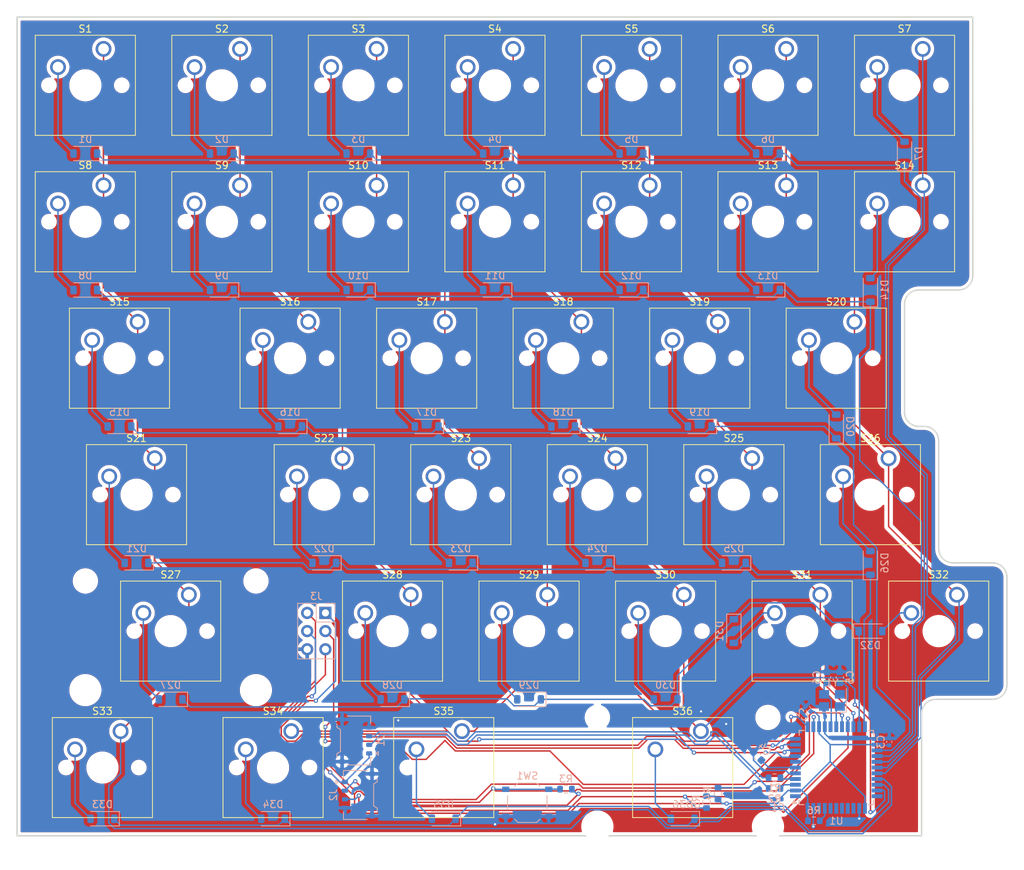
<source format=kicad_pcb>
(kicad_pcb (version 20240108) (generator "pcbnew") (generator_version "8.0")
  (layers (0 "F.Cu" signal) (31 "B.Cu" signal) (34 "B.Paste" user) (35 "F.Paste" user) (36 "B.SilkS" user "B.Silkscreen") (37 "F.SilkS" user "F.Silkscreen") (38 "B.Mask" user) (39 "F.Mask" user) (44 "Edge.Cuts" user))
  (net 0 "")
  (net 1 "GND")
  (net 2 "+5V")
  (net 3 "Net-(U1-UCAP)")
  (net 4 "Net-(U1-XTAL1)")
  (net 5 "Net-(U1-XTAL2)")
  (net 6 "Row0")
  (net 7 "Net-(D1-A)")
  (net 8 "Net-(D2-A)")
  (net 9 "Net-(D3-A)")
  (net 10 "Net-(D4-A)")
  (net 11 "Net-(D5-A)")
  (net 12 "Net-(D6-A)")
  (net 13 "Net-(D7-A)")
  (net 14 "Row1")
  (net 15 "Net-(D8-A)")
  (net 16 "Net-(D9-A)")
  (net 17 "Net-(D10-A)")
  (net 18 "Net-(D11-A)")
  (net 19 "Net-(D12-A)")
  (net 20 "Net-(D13-A)")
  (net 21 "Net-(D14-A)")
  (net 22 "Row2")
  (net 23 "Net-(D15-A)")
  (net 24 "Net-(D16-A)")
  (net 25 "Net-(D17-A)")
  (net 26 "Net-(D18-A)")
  (net 27 "Net-(D19-A)")
  (net 28 "Net-(D20-A)")
  (net 29 "Net-(D21-A)")
  (net 30 "Row3")
  (net 31 "Net-(D22-A)")
  (net 32 "Net-(D23-A)")
  (net 33 "Net-(D24-A)")
  (net 34 "Net-(D25-A)")
  (net 35 "Net-(D26-A)")
  (net 36 "Net-(D27-A)")
  (net 37 "Row4")
  (net 38 "Net-(D28-A)")
  (net 39 "Net-(D29-A)")
  (net 40 "Net-(D30-A)")
  (net 41 "Net-(D31-A)")
  (net 42 "Net-(D32-A)")
  (net 43 "Row5")
  (net 44 "Net-(D33-A)")
  (net 45 "Net-(D34-A)")
  (net 46 "Net-(D35-A)")
  (net 47 "Net-(D36-A)")
  (net 48 "D-")
  (net 49 "D+")
  (net 50 "SCL")
  (net 51 "SDA")
  (net 52 "MISO")
  (net 53 "RESET")
  (net 54 "MOSI")
  (net 55 "Net-(U1-D+)")
  (net 56 "Net-(U1-D-)")
  (net 57 "Col0")
  (net 58 "Col1")
  (net 59 "Col2")
  (net 60 "Col3")
  (net 61 "Col4")
  (net 62 "Col5")
  (net 63 "Col6")
  (net 64 "SCK")
  (net 73 "Net-(U1-PF0)")
  (footprint "Button_Switch_Keyboard:SW_Cherry_MX_1.00u_PCB" (layer "F.Cu") (at 66.952028 59.283784)
    (property "Reference" "S9")
    (property "Value" "MX Switch")
  )
  (footprint "Button_Switch_Keyboard:SW_Cherry_MX_1.00u_PCB" (layer "F.Cu") (at 162.202028 59.283784)
    (property "Reference" "S14")
    (property "Value" "MX Switch")
  )
  (footprint "Button_Switch_Keyboard:SW_Cherry_MX_1.00u_PCB" (layer "F.Cu") (at 90.764528 116.433784)
    (property "Reference" "S28")
    (property "Value" "MX Switch")
  )
  (footprint "Button_Switch_Keyboard:SW_Cherry_MX_1.00u_PCB" (layer "F.Cu") (at 66.952028 40.233784)
    (property "Reference" "S2")
    (property "Value" "MX Switch")
  )
  (footprint "Button_Switch_Keyboard:SW_Cherry_MX_1.00u_PCB" (layer "F.Cu") (at 124.102028 40.233784)
    (property "Reference" "S5")
    (property "Value" "MX Switch")
  )
  (footprint "Button_Switch_Keyboard:SW_Cherry_MX_1.00u_PCB" (layer "F.Cu") (at 162.202028 40.233784)
    (property "Reference" "S7")
    (property "Value" "MX Switch")
  )
  (footprint "Button_Switch_Keyboard:SW_Cherry_MX_1.00u_PCB" (layer "F.Cu") (at 105.052028 40.233784)
    (property "Reference" "S4")
    (property "Value" "MX Switch")
  )
  (footprint "Button_Switch_Keyboard:SW_Cherry_MX_1.00u_PCB" (layer "F.Cu") (at 157.439528 97.383784)
    (property "Reference" "S26")
    (property "Value" "MX Switch")
  )
  (footprint "Button_Switch_Keyboard:SW_Cherry_MX_1.50u_PCB" (layer "F.Cu") (at 52.664528 78.333784)
    (property "Reference" "S15")
    (property "Value" "MX Switch")
  )
  (footprint "Button_Switch_Keyboard:SW_Cherry_MX_1.00u_PCB" (layer "F.Cu") (at 100.289528 97.383784)
    (property "Reference" "S23")
    (property "Value" "MX Switch")
  )
  (footprint "Button_Switch_Keyboard:SW_Cherry_MX_2.25u_PCB" (layer "F.Cu") (at 59.808278 116.433784)
    (property "Reference" "S27")
    (property "Value" "MX Switch")
  )
  (footprint "Button_Switch_Keyboard:SW_Cherry_MX_1.00u_PCB" (layer "F.Cu") (at 133.627028 78.333784)
    (property "Reference" "S19")
    (property "Value" "MX Switch")
  )
  (footprint "Button_Switch_Keyboard:SW_Cherry_MX_1.00u_PCB" (layer "F.Cu") (at 143.152028 59.283784)
    (property "Reference" "S13")
    (property "Value" "MX Switch")
  )
  (footprint "Button_Switch_Keyboard:SW_Cherry_MX_1.75u_PCB" (layer "F.Cu") (at 55.045778 97.383784)
    (property "Reference" "S21")
    (property "Value" "MX Switch")
  )
  (footprint "Button_Switch_Keyboard:SW_Cherry_MX_1.00u_PCB" (layer "F.Cu") (at 86.002028 40.233784)
    (property "Reference" "S3")
    (property "Value" "MX Switch")
  )
  (footprint "Button_Switch_Keyboard:SW_Cherry_MX_1.00u_PCB" (layer "F.Cu") (at 81.239528 97.383784)
    (property "Reference" "S22")
    (property "Value" "MX Switch")
  )
  (footprint "Button_Switch_Keyboard:SW_Cherry_MX_1.00u_PCB" (layer "F.Cu") (at 119.339528 97.383784)
    (property "Reference" "S24")
    (property "Value" "MX Switch")
  )
  (footprint "Button_Switch_Keyboard:SW_Cherry_MX_1.00u_PCB" (layer "F.Cu") (at 152.677028 78.333784)
    (property "Reference" "S20")
    (property "Value" "MX Switch")
  )
  (footprint "Button_Switch_Keyboard:SW_Cherry_MX_2.25u_PCB" (layer "F.Cu") (at 131.245778 135.483784)
    (property "Reference" "S36")
    (property "Value" "MX Switch")
  )
  (footprint "Button_Switch_Keyboard:SW_Cherry_MX_1.00u_PCB" (layer "F.Cu") (at 128.864528 116.433784)
    (property "Reference" "S30")
    (property "Value" "MX Switch")
  )
  (footprint "Button_Switch_Keyboard:SW_Cherry_MX_1.00u_PCB" (layer "F.Cu") (at 47.902028 40.233784)
    (property "Reference" "S1")
    (property "Value" "MX Switch")
  )
  (footprint "Button_Switch_Keyboard:SW_Cherry_MX_1.25u_PCB" (layer "F.Cu") (at 97.908278 135.483784)
    (property "Reference" "S35")
    (property "Value" "MX Switch")
  )
  (footprint "Button_Switch_Keyboard:SW_Cherry_MX_1.00u_PCB" (layer "F.Cu") (at 166.964528 116.433784)
    (property "Reference" "S32")
    (property "Value" "MX Switch")
  )
  (footprint "Button_Switch_Keyboard:SW_Cherry_MX_1.00u_PCB" (layer "F.Cu") (at 47.902028 59.283784)
    (property "Reference" "S8")
    (property "Value" "MX Switch")
  )
  (footprint "Button_Switch_Keyboard:SW_Cherry_MX_1.00u_PCB" (layer "F.Cu") (at 114.577028 78.333784)
    (property "Reference" "S18")
    (property "Value" "MX Switch")
  )
  (footprint "Button_Switch_Keyboard:SW_Cherry_MX_1.00u_PCB" (layer "F.Cu") (at 143.152028 40.233784)
    (property "Reference" "S6")
    (property "Value" "MX Switch")
  )
  (footprint "Button_Switch_Keyboard:SW_Cherry_MX_1.25u_PCB" (layer "F.Cu") (at 74.095778 135.483784)
    (property "Reference" "S34")
    (property "Value" "MX Switch")
  )
  (footprint "Button_Switch_Keyboard:SW_Cherry_MX_1.00u_PCB" (layer "F.Cu") (at 95.527028 78.333784)
    (property "Reference" "S17")
    (property "Value" "MX Switch")
  )
  (footprint "Button_Switch_Keyboard:SW_Cherry_MX_1.00u_PCB" (layer "F.Cu") (at 138.389528 97.383784)
    (property "Reference" "S25")
    (property "Value" "MX Switch")
  )
  (footprint "Button_Switch_Keyboard:SW_Cherry_MX_1.00u_PCB" (layer "F.Cu") (at 76.477028 78.333784)
    (property "Reference" "S16")
    (property "Value" "MX Switch")
  )
  (footprint "Button_Switch_Keyboard:SW_Cherry_MX_1.00u_PCB" (layer "F.Cu") (at 109.814528 116.433784)
    (property "Reference" "S29")
    (property "Value" "MX Switch")
  )
  (footprint "Button_Switch_Keyboard:SW_Cherry_MX_1.00u_PCB" (layer "F.Cu") (at 105.052028 59.283784)
    (property "Reference" "S11")
    (property "Value" "MX Switch")
  )
  (footprint "Button_Switch_Keyboard:SW_Cherry_MX_1.00u_PCB" (layer "F.Cu") (at 147.914528 116.433784)
    (property "Reference" "S31")
    (property "Value" "MX Switch")
  )
  (footprint "Button_Switch_Keyboard:SW_Cherry_MX_1.00u_PCB" (layer "F.Cu") (at 124.102028 59.283784)
    (property "Reference" "S12")
    (property "Value" "MX Switch")
  )
  (footprint "Button_Switch_Keyboard:SW_Cherry_MX_1.25u_PCB" (layer "F.Cu") (at 50.283278 135.483784)
    (property "Reference" "S33")
    (property "Value" "MX Switch")
  )
  (footprint "Button_Switch_Keyboard:SW_Cherry_MX_1.00u_PCB" (layer "F.Cu") (at 86.002028 59.283784)
    (property "Reference" "S10")
    (property "Value" "MX Switch")
  )
  (footprint "Resistor_SMD:R_0603_1608Metric" (layer "B.Cu") (at 141.524528 143.486284)
    (property "Reference" "R2")
    (property "Value" "22Ω")
  )
  (footprint "Diode_SMD:D_SOD-123" (layer "B.Cu") (at 45.362028 73.888784 180)
    (property "Reference" "D8")
    (property "Value" "Diode")
  )
  (footprint "Diode_SMD:D_SOD-123" (layer "B.Cu") (at 102.512028 73.888784 180)
    (property "Reference" "D11")
    (property "Value" "Diode")
  )
  (footprint "Diode_SMD:D_SOD-123" (layer "B.Cu") (at 73.937028 92.938784 180)
    (property "Reference" "D16")
    (property "Value" "Diode")
  )
  (footprint "Connector_PinHeader_2.54mm:PinHeader_2x03_P2.54mm_Vertical" (layer "B.Cu") (at 78.858278 118.973784 180)
    (property "Reference" "J3")
    (property "Value" "AVR-ISP-6")
  )
  (footprint "Diode_SMD:D_SOD-123" (layer "B.Cu") (at 92.987028 92.938784 180)
    (property "Reference" "D17")
    (property "Value" "Diode")
  )
  (footprint "Diode_SMD:D_SOD-123" (layer "B.Cu") (at 135.849528 121.513784 -90)
    (property "Reference" "D31")
    (property "Value" "Diode")
  )
  (footprint "Diode_SMD:D_SOD-123" (layer "B.Cu") (at 88.224528 131.038784 180)
    (property "Reference" "D28")
    (property "Value" "Diode")
  )
  (footprint "Diode_SMD:D_SOD-123" (layer "B.Cu") (at 116.799528 111.988784 180)
    (property "Reference" "D24")
    (property "Value" "Diode")
  )
  (footprint "Diode_SMD:D_SOD-123" (layer "B.Cu") (at 83.462028 54.838784 180)
    (property "Reference" "D3")
    (property "Value" "Diode")
  )
  (footprint "Diode_SMD:D_SOD-123" (layer "B.Cu") (at 121.562028 73.888784 180)
    (property "Reference" "D12")
    (property "Value" "Diode")
  )
  (footprint "Diode_SMD:D_SOD-123" (layer "B.Cu") (at 57.268278 131.038784 180)
    (property "Reference" "D27")
    (property "Value" "Diode")
  )
  (footprint "Diode_SMD:D_SOD-123" (layer "B.Cu") (at 78.699528 111.988784 180)
    (property "Reference" "D22")
    (property "Value" "Diode")
  )
  (footprint "Diode_SMD:D_SOD-123" (layer "B.Cu") (at 45.362028 54.838784 180)
    (property "Reference" "D1")
    (property "Value" "Diode")
  )
  (footprint "Resistor_SMD:R_0603_1608Metric" (layer "B.Cu") (at 112.424528 143.576284 180)
    (property "Reference" "R3")
    (property "Value" "10kΩ")
  )
  (footprint "Diode_SMD:D_SOD-123" (layer "B.Cu") (at 154.899528 73.888784 90)
    (property "Reference" "D14")
    (property "Value" "Diode")
  )
  (footprint "Diode_SMD:D_SOD-123" (layer "B.Cu") (at 95.368278 147.707534 180)
    (property "Reference" "D35")
    (property "Value" "Diode")
  )
  (footprint "Crystal:Crystal_SMD_3225-4Pin_3.2x2.5mm" (layer "B.Cu") (at 149.537028 131.188784 180)
    (property "Reference" "Y1")
    (property "Value" "16mHz")
  )
  (footprint "Diode_SMD:D_SOD-123" (layer "B.Cu") (at 135.849528 111.988784 180)
    (property "Reference" "D25")
    (property "Value" "Diode")
  )
  (footprint "Diode_SMD:D_SOD-123" (layer "B.Cu") (at 97.749528 111.988784 180)
    (property "Reference" "D23")
    (property "Value" "Diode")
  )
  (footprint "Capacitor_SMD:C_0402_1005Metric" (layer "B.Cu") (at 157.524528 136.976284 -90)
    (property "Reference" "C3")
    (property "Value" "100nF")
  )
  (footprint "Resistor_SMD:R_0603_1608Metric" (layer "B.Cu") (at 133.637028 144.188784 -90)
    (property "Reference" "R4")
    (property "Value" "4.7kΩ")
  )
  (footprint "Diode_SMD:D_SOD-123" (layer "B.Cu") (at 140.612028 54.838784 180)
    (property "Reference" "D6")
    (property "Value" "Diode")
  )
  (footprint "Diode_SMD:D_SOD-123" (layer "B.Cu") (at 128.705778 147.707534 180)
    (property "Reference" "D36")
    (property "Value" "Diode")
  )
  (footprint "Diode_SMD:D_SOD-123" (layer "B.Cu") (at 47.743278 147.707534 180)
    (property "Reference" "D33")
    (property "Value" "Diode")
  )
  (footprint "Diode_SMD:D_SOD-123" (layer "B.Cu") (at 64.412028 73.888784 180)
    (property "Reference" "D9")
    (property "Value" "Diode")
  )
  (footprint "Resistor_SMD:R_0603_1608Metric" (layer "B.Cu") (at 141.524528 141.976284)
    (property "Reference" "R1")
    (property "Value" "22Ω")
  )
  (footprint "Connector_Molex:Molex_Pico-EZmate_78171-0004_1x04-1MP_P1.20mm_Vertical" (layer "B.Cu") (at 83.087028 136.788784 90)
    (property "Reference" "J1")
    (property "Value" "78171-0004")
  )
  (footprint "Diode_SMD:D_SOD-123" (layer "B.Cu") (at 154.899528 121.513784)
    (property "Reference" "D32")
    (property "Value" "Diode")
  )
  (footprint "Capacitor_SMD:C_0603_1608Metric" (layer "B.Cu") (at 139.137028 138.988784 135)
    (property "Reference" "C4")
    (property "Value" "1uF")
  )
  (footprint "Diode_SMD:D_SOD-123" (layer "B.Cu") (at 150.137028 92.938784 90)
    (property "Reference" "D20")
    (property "Value" "Diode")
  )
  (footprint "Diode_SMD:D_SOD-123" (layer "B.Cu") (at 121.562028 54.838784 180)
    (property "Reference" "D5")
    (property "Value" "Diode")
  )
  (footprint "Diode_SMD:D_SOD-123" (layer "B.Cu") (at 126.324528 131.038784 180)
    (property "Reference" "D30")
    (property "Value" "Diode")
  )
  (footprint "Resistor_SMD:R_0603_1608Metric" (layer "B.Cu") (at 147.012028 147.988784 180)
    (property "Reference" "R6")
    (property "Value" "10kΩ")
  )
  (footprint "Diode_SMD:D_SOD-123" (layer "B.Cu") (at 83.462028 73.888784 180)
    (property "Reference" "D10")
    (property "Value" "Diode")
  )
  (footprint "Diode_SMD:D_SOD-123" (layer "B.Cu") (at 154.899528 111.988784 90)
    (property "Reference" "D26")
    (property "Value" "Diode")
  )
  (footprint "Capacitor_SMD:C_0603_1608Metric" (layer "B.Cu") (at 150.637028 127.988784 90)
    (property "Reference" "C5")
    (property "Value" "20nF")
  )
  (footprint "Diode_SMD:D_SOD-123" (layer "B.Cu") (at 159.662028 54.838784 90)
    (property "Reference" "D7")
    (property "Value" "Diode")
  )
  (footprint "Capacitor_SMD:C_0603_1608Metric" (layer "B.Cu") (at 148.837028 127.988784 -90)
    (property "Reference" "C6")
    (property "Value" "20nF")
  )
  (footprint "Resistor_SMD:R_0603_1608Metric" (layer "B.Cu") (at 132.037028 145.388784 -90)
    (property "Reference" "R5")
    (property "Value" "4.7kΩ")
  )
  (footprint "Diode_SMD:D_SOD-123" (layer "B.Cu") (at 52.505778 111.988784 180)
    (property "Reference" "D21")
    (property "Value" "Diode")
  )
  (footprint "Diode_SMD:D_SOD-123" (layer "B.Cu") (at 71.555778 147.707534 180)
    (property "Reference" "D34")
    (property "Value" "Diode")
  )
  (footprint "Diode_SMD:D_SOD-123" (layer "B.Cu") (at 64.412028 54.838784 180)
    (property "Reference" "D2")
    (property "Value" "Diode")
  )
  (footprint "Diode_SMD:D_SOD-123" (layer "B.Cu") (at 140.612028 73.888784 180)
    (property "Reference" "D13")
    (property "Value" "Diode")
  )
  (footprint "Diode_SMD:D_SOD-123" (layer "B.Cu") (at 50.124528 92.938784 180)
    (property "Reference" "D15")
    (property "Value" "Diode")
  )
  (footprint "Connector_Molex:Molex_Pico-EZmate_78171-0004_1x04-1MP_P1.20mm_Vertical" (layer "B.Cu") (at 83.462028 144.388784 -90)
    (property "Reference" "J2")
    (property "Value" "78171-0004")
  )
  (footprint "Diode_SMD:D_SOD-123" (layer "B.Cu") (at 112.037028 92.938784 180)
    (property "Reference" "D18")
    (property "Value" "Diode")
  )
  (footprint "Diode_SMD:D_SOD-123" (layer "B.Cu") (at 107.274528 131.038784 180)
    (property "Reference" "D29")
    (property "Value" "Diode")
  )
  (footprint "Capacitor_SMD:C_0402_1005Metric" (layer "B.Cu") (at 146.237028 132.388784 -45)
    (property "Reference" "C2")
    (property "Value" "100nF")
  )
  (footprint "Package_QFP:TQFP-44_10x10mm_P0.8mm" (layer "B.Cu") (at 150.137028 140.563784)
    (property "Reference" "U1")
    (property "Value" "ATmega32U4-A")
  )
  (footprint "Diode_SMD:D_SOD-123" (layer "B.Cu") (at 131.087028 92.938784 180)
    (property "Reference" "D19")
    (property "Value" "Diode")
  )
  (footprint "Capacitor_SMD:C_0402_1005Metric" (layer "B.Cu") (at 142.024528 144.976284)
    (property "Reference" "C1")
    (property "Value" "100nF")
  )
  (footprint "Button_Switch_SMD:SW_Push_1P1T_XKB_TS-1187A" (layer "B.Cu") (at 107.024528 145.476284 180)
    (property "Reference" "SW1")
    (property "Value" "SW_Reset")
  )
  (footprint "Diode_SMD:D_SOD-123" (layer "B.Cu") (at 102.512028 54.838784 180)
    (property "Reference" "D4")
    (property "Value" "Diode")
  )
  (gr_arc (start 173.949528 129.031284) (mid 173.363742 130.445498) (end 171.949528 131.031284) (stroke (width 0.2)) (layer "Edge.Cuts"))
  (gr_line (start 162.424528 92.938784) (end 161.662028 92.938784) (stroke (width 0.2)) (layer "Edge.Cuts"))
  (gr_arc (start 166.424528 111.988784) (mid 165.010314 111.402998) (end 164.424528 109.988784) (stroke (width 0.2)) (layer "Edge.Cuts"))
  (gr_line (start 169.187028 71.887494) (end 169.187028 64.363784) (stroke (width 0.2)) (layer "Edge.Cuts"))
  (gr_line (start 169.187028 64.363784) (end 169.172087 35.788784) (stroke (width 0.2)) (layer "Edge.Cuts"))
  (gr_line (start 173.949528 129.031284) (end 173.949528 113.988784) (stroke (width 0.2)) (layer "Edge.Cuts"))
  (gr_line (start 35.837028 150.088784) (end 162.043278 150.088784) (stroke (width 0.2)) (layer "Edge.Cuts"))
  (gr_line (start 164.043278 131.031284) (end 164.043278 131.031285) (stroke (width 0.2)) (layer "Edge.Cuts"))
  (gr_line (start 169.172087 35.788784) (end 35.837028 35.788784) (stroke (width 0.2)) (layer "Edge.Cuts"))
  (gr_line (start 161.662028 73.888784) (end 164.673207 73.888784) (stroke (width 0.2)) (layer "Edge.Cuts"))
  (gr_line (start 162.043278 150.088784) (end 162.043278 133.031284) (stroke (width 0.2)) (layer "Edge.Cuts"))
  (gr_line (start 35.837028 35.788784) (end 35.837028 150.088784) (stroke (width 0.2)) (layer "Edge.Cuts"))
  (gr_line (start 164.424528 109.988784) (end 164.424528 94.938784) (stroke (width 0.2)) (layer "Edge.Cuts"))
  (gr_arc (start 162.043278 133.031284) (mid 162.629064 131.61707) (end 164.043278 131.031284) (stroke (width 0.2)) (layer "Edge.Cuts"))
  (gr_arc (start 162.424528 92.938784) (mid 163.838742 93.52457) (end 164.424528 94.938784) (stroke (width 0.2)) (layer "Edge.Cuts"))
  (gr_arc (start 159.662028 75.888784) (mid 160.247814 74.47457) (end 161.662028 73.888784) (stroke (width 0.2)) (layer "Edge.Cuts"))
  (gr_line (start 164.673207 73.888784) (end 167.188074 73.887469) (stroke (width 0.2)) (layer "Edge.Cuts"))
  (gr_line (start 171.949528 131.031284) (end 171.949528 131.031285) (stroke (width 0.2)) (layer "Edge.Cuts"))
  (gr_arc (start 161.662028 92.938784) (mid 160.247814 92.352998) (end 159.662028 90.938784) (stroke (width 0.2)) (layer "Edge.Cuts"))
  (gr_arc (start 169.187028 71.887494) (mid 168.60161 73.301327) (end 167.188074 73.887469) (stroke (width 0.2)) (layer "Edge.Cuts"))
  (gr_line (start 164.043278 131.031285) (end 171.949528 131.031285) (stroke (width 0.2)) (layer "Edge.Cuts"))
  (gr_line (start 171.949528 111.988784) (end 166.424528 111.988784) (stroke (width 0.2)) (layer "Edge.Cuts"))
  (gr_line (start 159.662028 90.938784) (end 159.662028 75.888784) (stroke (width 0.2)) (layer "Edge.Cuts"))
  (gr_arc (start 171.949528 111.988784) (mid 173.363742 112.57457) (end 173.949528 113.988784) (stroke (width 0.2)) (layer "Edge.Cuts"))
  (via (at 89.024528 133.976284) (size 0.6) (drill 0.3) (layers "F.Cu" "B.Cu") (net 1))
  (via (at 146.937028 148.788784) (size 0.6) (drill 0.3) (layers "F.Cu" "B.Cu") (net 1))
  (via (at 134.774528 134.476284) (size 0.6) (drill 0.3) (layers "F.Cu" "B.Cu") (net 1))
  (via (at 153.337028 147.688784) (size 0.6) (drill 0.3) (layers "F.Cu" "B.Cu") (net 1))
  (via (at 102.524528 148.476284) (size 0.6) (drill 0.3) (layers "F.Cu" "B.Cu") (net 1))
  (via (at 131.274528 132.726284) (size 0.6) (drill 0.3) (layers "F.Cu" "B.Cu") (net 1))
  (segment (start 143.487028 141.363784) (end 143.087028 140.963784) (width 0.2) (layer "B.Cu") (net 1))
  (segment (start 149.287028 136.563784) (end 148.537028 135.813784) (width 0.2) (layer "B.Cu") (net 1))
  (segment (start 148.437028 132.038784) (end 148.537028 132.138784) (width 0.2) (layer "B.Cu") (net 1))
  (segment (start 144.437028 141.363784) (end 144.274528 141.201284) (width 0.2) (layer "B.Cu") (net 1))
  (segment (start 88.999528 134.001284) (end 89.024528 133.976284) (width 0.2) (layer "B.Cu") (net 1))
  (segment (start 153.337028 147.688784) (end 153.337028 146.263784) (width 0.2) (layer "B.Cu") (net 1))
  (segment (start 143.087028 140.963784) (end 140.012028 140.963784) (width 0.2) (layer "B.Cu") (net 1))
  (segment (start 148.537028 132.138784) (end 148.537028 134.863784) (width 0.2) (layer "B.Cu") (net 1))
  (segment (start 144.437028 141.363784) (end 143.487028 141.363784) (width 0.2) (layer "B.Cu") (net 1))
  (segment (start 148.537028 135.813784) (end 148.537028 134.863784) (width 0.2) (layer "B.Cu") (net 1))
  (segment (start 155.837028 136.563784) (end 149.287028 136.563784) (width 0.2) (layer "B.Cu") (net 1))
  (segment (start 146.937028 148.788784) (end 146.937028 146.263784) (width 0.2) (layer "B.Cu") (net 1))
  (segment (start 140.012028 140.963784) (end 138.58902 139.540776) (width 0.2) (layer "B.Cu") (net 1))
  (segment (start 138.58902 139.540776) (end 138.58902 138.440776) (width 0.2) (layer "B.Cu") (net 1))
  (segment (start 86.183549 145.826284) (end 85.971049 146.038784) (width 0.2) (layer "F.Cu") (net 2))
  (segment (start 76.318278 118.973784) (end 77.468278 120.123784) (width 0.2) (layer "F.Cu") (net 2))
  (segment (start 85.935557 146.038784) (end 83.773057 143.876284) (width 0.2) (layer "F.Cu") (net 2))
  (segment (start 82.524528 144.226284) (end 79.524528 141.226284) (width 0.2) (layer "F.Cu") (net 2))
  (segment (start 83.773057 143.876284) (end 85.907077 146.010304) (width 0.2) (layer "F.Cu") (net 2))
  (segment (start 112.869993 146.945034) (end 83.727886 146.945034) (width 0.2) (layer "F.Cu") (net 2))
  (segment (start 83.773057 143.876284) (end 83.275999 143.876284) (width 0.2) (layer "F.Cu") (net 2))
  (segment (start 83.275999 143.876284) (end 82.925999 144.226284) (width 0.2) (layer "F.Cu") (net 2))
  (segment (start 73.061321 138.126284) (end 76.424528 138.126284) (width 0.2) (layer "F.Cu") (net 2))
  (segment (start 134.837028 145.588784) (end 114.226243 145.588784) (width 0.2) (layer "F.Cu") (net 2))
  (segment (start 82.924528 146.141676) (end 82.924528 144.227755) (width 0.2) (layer "F.Cu") (net 2))
  (segment (start 82.925999 144.226284) (end 82.524528 144.226284) (width 0.2) (layer "F.Cu") (net 2))
  (segment (start 71.495778 134.406827) (end 71.495778 136.560741) (width 0.2) (layer "F.Cu") (net 2))
  (segment (start 71.495778 136.560741) (end 73.061321 138.126284) (width 0.2) (layer "F.Cu") (net 2))
  (segment (start 83.727886 146.945034) (end 82.924528 146.141676) (width 0.2) (layer "F.Cu") (net 2))
  (segment (start 76.424528 138.126284) (end 79.524528 141.226284) (width 0.2) (layer "F.Cu") (net 2))
  (segment (start 85.971049 146.038784) (end 85.935557 146.038784) (width 0.2) (layer "F.Cu") (net 2))
  (segment (start 112.574528 145.826284) (end 86.183549 145.826284) (width 0.2) (layer "F.Cu") (net 2))
  (segment (start 82.924528 144.227755) (end 83.275999 143.876284) (width 0.2) (layer "F.Cu") (net 2))
  (segment (start 114.226243 145.588784) (end 112.869993 146.945034) (width 0.2) (layer "F.Cu") (net 2))
  (segment (start 77.468278 120.123784) (end 77.468278 128.434327) (width 0.2) (layer "F.Cu") (net 2))
  (segment (start 77.468278 128.434327) (end 71.495778 134.406827) (width 0.2) (layer "F.Cu") (net 2))
  (segment (start 112.390508 146.010304) (end 114.174528 144.226284) (width 0.2) (layer "F.Cu") (net 2))
  (segment (start 114.174528 144.226284) (end 112.574528 145.826284) (width 0.2) (layer "F.Cu") (net 2))
  (segment (start 85.907077 146.010304) (end 112.390508 146.010304) (width 0.2) (layer "F.Cu") (net 2))
  (via (at 134.837028 145.588784) (size 0.6) (drill 0.3) (layers "F.Cu" "B.Cu") (net 2))
  (via (at 79.524528 141.226284) (size 0.6) (drill 0.3) (layers "F.Cu" "B.Cu") (net 2))
  (via (at 114.174528 144.226284) (size 0.6) (drill 0.3) (layers "F.Cu" "B.Cu") (net 2))
  (segment (start 142.504528 144.666285) (end 143.407029 143.763784) (width 0.2) (layer "B.Cu") (net 2))
  (segment (start 146.137028 147.938784) (end 146.187028 147.988784) (width 0.2) (layer "B.Cu") (net 2))
  (segment (start 155.929528 137.456284) (end 155.837028 137.363784) (width 0.2) (layer "B.Cu") (net 2))
  (segment (start 147.046438 132.728195) (end 147.737028 133.418785) (width 0.2) (layer "B.Cu") (net 2))
  (segment (start 146.137028 146.263784) (end 146.137028 147.938784) (width 0.2) (layer "B.Cu") (net 2))
  (segment (start 134.212028 145.588784) (end 133.637028 145.013784) (width 0.2) (layer "B.Cu") (net 2))
  (segment (start 133.187028 144.563784) (end 133.637028 145.013784) (width 0.2) (layer "B.Cu") (net 2))
  (segment (start 142.504528 144.976284) (end 142.504528 144.666285) (width 0.2) (layer "B.Cu") (net 2))
  (segment (start 81.587028 142.588784) (end 84.962028 139.213784) (width 0.2) (layer "B.Cu") (net 2))
  (segment (start 143.407029 143.763784) (end 144.437028 143.763784) (width 0.2) (layer "B.Cu") (net 2))
  (segment (start 146.137028 146.263784) (end 146.137028 144.588784) (width 0.2) (layer "B.Cu") (net 2))
  (segment (start 81.393278 142.476284) (end 81.262028 142.345034) (width 0.2) (layer "B.Cu") (net 2))
  (segment (start 144.437028 143.763784) (end 145.262028 143.763784) (width 0.2) (layer "B.Cu") (net 2))
  (segment (start 154.137028 146.263784) (end 154.137028 144.588784) (width 0.2) (layer "B.Cu") (net 2))
  (segment (start 80.887028 142.588784) (end 81.587028 142.588784) (width 0.2) (layer "B.Cu") (net 2))
  (segment (start 155.949528 137.476284) (end 155.837028 137.363784) (width 0.2) (layer "B.Cu") (net 2))
  (segment (start 113.899528 144.226284) (end 113.249528 143.576284) (width 0.2) (layer "B.Cu") (net 2))
  (segment (start 134.837028 145.588784) (end 134.212028 145.588784) (width 0.2) (layer "B.Cu") (net 2))
  (segment (start 147.737028 133.418785) (end 147.737028 134.863784) (width 0.2) (layer "B.Cu") (net 2))
  (segment (start 154.137028 144.588784) (end 149.287028 139.738784) (width 0.2) (layer "B.Cu") (net 2))
  (segment (start 147.737028 135.813784) (end 147.737028 134.863784) (width 0.2) (layer "B.Cu") (net 2))
  (segment (start 145.262028 143.763784) (end 149.287028 139.738784) (width 0.2) (layer "B.Cu") (net 2))
  (segment (start 146.137028 144.588784) (end 145.312028 143.763784) (width 0.2) (layer "B.Cu") (net 2))
  (segment (start 81.379128 142.488785) (end 81.379128 142.379583) (width 0.2) (layer "B.Cu") (net 2))
  (segment (start 157.524528 137.456284) (end 155.929528 137.456284) (width 0.2) (layer "B.Cu") (net 2))
  (segment (start 84.962028 139.213784) (end 84.962028 138.588784) (width 0.2) (layer "B.Cu") (net 2))
  (segment (start 141.892028 145.588784) (end 142.504528 144.976284) (width 0.2) (layer "B.Cu") (net 2))
  (segment (start 149.287028 139.738784) (end 149.287028 137.363784) (width 0.2) (layer "B.Cu") (net 2))
  (segment (start 149.287028 137.363784) (end 147.737028 135.813784) (width 0.2) (layer "B.Cu") (net 2))
  (segment (start 79.605778 141.145034) (end 79.524528 141.226284) (width 0.2) (layer "B.Cu") (net 2))
  (segment (start 146.576439 132.728195) (end 147.046438 132.728195) (width 0.2) (layer "B.Cu") (net 2))
  (segment (start 114.174528 144.226284) (end 113.899528 144.226284) (width 0.2) (layer "B.Cu") (net 2))
  (segment (start 145.312028 143.763784) (end 144.437028 143.763784) (width 0.2) (layer "B.Cu") (net 2))
  (segment (start 155.837028 137.363784) (end 149.287028 137.363784) (width 0.2) (layer "B.Cu") (net 2))
  (segment (start 134.837028 145.588784) (end 141.892028 145.588784) (width 0.2) (layer "B.Cu") (net 2))
  (segment (start 132.037028 144.563784) (end 133.187028 144.563784) (width 0.2) (layer "B.Cu") (net 2))
  (segment (start 79.524528 141.226284) (end 80.887028 142.588784) (width 0.2) (layer "B.Cu") (net 2))
  (segment (start 144.437028 140.563784) (end 140.712028 140.563784) (width 0.2) (layer "B.Cu") (net 3))
  (segment (start 140.712028 140.563784) (end 139.685036 139.536792) (width 0.2) (layer "B.Cu") (net 3))
  (segment (start 150.137028 132.563784) (end 150.624528 132.076284) (width 0.2) (layer "B.Cu") (net 4))
  (segment (start 150.637028 128.763784) (end 151.112028 128.763784) (width 0.2) (layer "B.Cu") (net 4))
  (segment (start 151.737028 131.038784) (end 151.737028 129.388784) (width 0.2) (layer "B.Cu") (net 4))
  (segment (start 150.737028 132.038784) (end 151.737028 131.038784) (width 0.2) (layer "B.Cu") (net 4))
  (segment (start 150.637028 132.038784) (end 150.737028 132.038784) (width 0.2) (layer "B.Cu") (net 4))
  (segment (start 150.624528 132.076284) (end 150.824528 132.076284) (width 0.2) (layer "B.Cu") (net 4))
  (segment (start 151.112028 128.763784) (end 151.737028 129.388784) (width 0.2) (layer "B.Cu") (net 4))
  (segment (start 150.637028 132.038784) (end 150.137028 132.538784) (width 0.2) (layer "B.Cu") (net 4))
  (segment (start 150.137028 132.538784) (end 150.137028 134.863784) (width 0.2) (layer "B.Cu") (net 4))
  (segment (start 148.424528 130.376284) (end 148.674528 130.376284) (width 0.2) (layer "B.Cu") (net 5))
  (segment (start 149.437028 131.138784) (end 149.437028 134.763784) (width 0.2) (layer "B.Cu") (net 5))
  (segment (start 148.637028 130.338784) (end 149.437028 131.138784) (width 0.2) (layer "B.Cu") (net 5))
  (segment (start 148.437028 129.163784) (end 148.837028 128.763784) (width 0.2) (layer "B.Cu") (net 5))
  (segment (start 148.437028 130.338784) (end 148.437028 129.163784) (width 0.2) (layer "B.Cu") (net 5))
  (segment (start 148.424528 129.101284) (end 148.774528 128.751284) (width 0.2) (layer "B.Cu") (net 5))
  (segment (start 148.437028 130.338784) (end 148.637028 130.338784) (width 0.2) (layer "B.Cu") (net 5))
  (segment (start 149.437028 134.763784) (end 149.337028 134.863784) (width 0.2) (layer "B.Cu") (net 5))
  (segment (start 104.893278 54.838784) (end 105.793278 55.738784) (width 0.2) (layer "B.Cu") (net 6))
  (segment (start 161.174528 120.959369) (end 162.414528 119.719369) (width 0.2) (layer "B.Cu") (net 6))
  (segment (start 66.062028 54.838784) (end 66.962028 55.738784) (width 0.2) (layer "B.Cu") (net 6))
  (segment (start 162.012028 65.337186) (end 162.012028 61.073683) (width 0.2) (layer "B.Cu") (net 6))
  (segment (start 47.912028 55.738784) (end 65.162028 55.738784) (width 0.2) (layer "B.Cu") (net 6))
  (segment (start 103.262028 55.738784) (end 104.162028 54.838784) (width 0.2) (layer "B.Cu") (net 6))
  (segment (start 141.362028 55.738784) (end 142.262028 54.838784) (width 0.2) (layer "B.Cu") (net 6))
  (segment (start 161.174528 136.00447) (end 161.174528 120.959369) (width 0.2) (layer "B.Cu") (net 6))
  (segment (start 84.212028 55.738784) (end 85.112028 54.838784) (width 0.2) (layer "B.Cu") (net 6))
  (segment (start 47.012028 54.838784) (end 47.912028 55.738784) (width 0.2) (layer "B.Cu") (net 6))
  (segment (start 66.962028 55.738784) (end 84.212028 55.738784) (width 0.2) (layer "B.Cu") (net 6))
  (segment (start 124.112028 55.738784) (end 141.362028 55.738784) (width 0.2) (layer "B.Cu") (net 6))
  (segment (start 65.162028 55.738784) (end 66.062028 54.838784) (width 0.2) (layer "B.Cu") (net 6))
  (segment (start 162.414528 99.866284) (end 157.024528 94.476284) (width 0.2) (layer "B.Cu") (net 6))
  (segment (start 123.212028 54.838784) (end 124.112028 55.738784) (width 0.2) (layer "B.Cu") (net 6))
  (segment (start 157.024528 94.476284) (end 157.024528 70.324686) (width 0.2) (layer "B.Cu") (net 6))
  (segment (start 144.643278 56.488784) (end 159.662028 56.488784) (width 0.2) (layer "B.Cu") (net 6))
  (segment (start 157.024528 70.324686) (end 162.012028 65.337186) (width 0.2) (layer "B.Cu") (net 6))
  (segment (start 157.415214 139.763784) (end 161.174528 136.00447) (width 0.2) (layer "B.Cu") (net 6))
  (segment (start 86.012028 55.738784) (end 103.262028 55.738784) (width 0.2) (layer "B.Cu") (net 6))
  (segment (start 122.312028 55.738784) (end 123.212028 54.838784) (width 0.2) (layer "B.Cu") (net 6))
  (segment (start 142.262028 54.838784) (end 142.993278 54.838784) (width 0.2) (layer "B.Cu") (net 6))
  (segment (start 159.662028 58.723683) (end 159.662028 56.488784) (width 0.2) (layer "B.Cu") (net 6))
  (segment (start 162.012028 61.073683) (end 159.662028 58.723683) (width 0.2) (layer "B.Cu") (net 6))
  (segment (start 105.793278 55.738784) (end 122.312028 55.738784) (width 0.2) (layer "B.Cu") (net 6))
  (segment (start 104.162028 54.838784) (end 104.893278 54.838784) (width 0.2) (layer "B.Cu") (net 6))
  (segment (start 162.414528 119.719369) (end 162.414528 99.866284) (width 0.2) (layer "B.Cu") (net 6))
  (segment (start 142.993278 54.838784) (end 144.643278 56.488784) (width 0.2) (layer "B.Cu") (net 6))
  (segment (start 85.112028 54.838784) (end 86.012028 55.738784) (width 0.2) (layer "B.Cu") (net 6))
  (segment (start 155.837028 139.763784) (end 157.415214 139.763784) (width 0.2) (layer "B.Cu") (net 6))
  (segment (start 41.552028 42.773784) (end 41.552028 52.678784) (width 0.2) (layer "B.Cu") (net 7))
  (segment (start 41.552028 52.678784) (end 43.712028 54.838784) (width 0.2) (layer "B.Cu") (net 7))
  (segment (start 60.602028 52.678784) (end 62.762028 54.838784) (width 0.2) (layer "B.Cu") (net 8))
  (segment (start 60.602028 42.773784) (end 60.602028 52.678784) (width 0.2) (layer "B.Cu") (net 8))
  (segment (start 79.652028 52.678784) (end 81.812028 54.838784) (width 0.2) (layer "B.Cu") (net 9))
  (segment (start 79.652028 42.773784) (end 79.652028 52.678784) (width 0.2) (layer "B.Cu") (net 9))
  (segment (start 98.702028 52.678784) (end 100.862028 54.838784) (width 0.2) (layer "B.Cu") (net 10))
  (segment (start 98.702028 42.773784) (end 98.702028 52.678784) (width 0.2) (layer "B.Cu") (net 10))
  (segment (start 117.752028 52.678784) (end 119.912028 54.838784) (width 0.2) (layer "B.Cu") (net 11))
  (segment (start 117.752028 42.773784) (end 117.752028 52.678784) (width 0.2) (layer "B.Cu") (net 11))
  (segment (start 136.802028 42.773784) (end 136.802028 52.678784) (width 0.2) (layer "B.Cu") (net 12))
  (segment (start 136.802028 52.678784) (end 138.962028 54.838784) (width 0.2) (layer "B.Cu") (net 12))
  (segment (start 155.852028 42.773784) (end 155.852028 49.378784) (width 0.2) (layer "B.Cu") (net 13))
  (segment (start 155.852028 49.378784) (end 159.662028 53.188784) (width 0.2) (layer "B.Cu") (net 13))
  (segment (start 142.993278 73.888784) (end 144.643278 75.538784) (width 0.2) (layer "B.Cu") (net 14))
  (segment (start 141.362028 74.788784) (end 142.262028 73.888784) (width 0.2) (layer "B.Cu") (net 14))
  (segment (start 47.012028 73.888784) (end 47.912028 74.788784) (width 0.2) (layer "B.Cu") (net 14))
  (segment (start 153.419077 97.659931) (end 162.014528 106.255382) (width 0.2) (layer "B.Cu") (net 14))
  (segment (start 144.643278 75.538784) (end 154.899528 75.538784) (width 0.2) (layer "B.Cu") (net 14))
  (segment (start 66.062028 73.888784) (end 66.962028 74.788784) (width 0.2) (layer "B.Cu") (net 14))
  (segment (start 162.014528 119.553683) (end 160.774528 120.793683) (width 0.2) (layer "B.Cu") (net 14))
  (segment (start 142.262028 73.888784) (end 142.993278 73.888784) (width 0.2) (layer "B.Cu") (net 14))
  (segment (start 105.062028 74.788784) (end 122.312028 74.788784) (width 0.2) (layer "B.Cu") (net 14))
  (segment (start 154.899528 75.538784) (end 154.899528 82.034228) (width 0.2) (layer "B.Cu") (net 14))
  (segment (start 123.212028 73.888784) (end 124.112028 74.788784) (width 0.2) (layer "B.Cu") (net 14))
  (segment (start 160.774528 135.838784) (end 157.649528 138.963784) (width 0.2) (layer "B.Cu") (net 14))
  (segment (start 153.419077 83.514679) (end 153.419077 97.659931) (width 0.2) (layer "B.Cu") (net 14))
  (segment (start 124.112028 74.788784) (end 141.362028 74.788784) (width 0.2) (layer "B.Cu") (net 14))
  (segment (start 66.962028 74.788784) (end 84.212028 74.788784) (width 0.2) (layer "B.Cu") (net 14))
  (segment (start 103.262028 74.788784) (end 104.162028 73.888784) (width 0.2) (layer "B.Cu") (net 14))
  (segment (start 86.012028 74.788784) (end 103.262028 74.788784) (width 0.2) (layer "B.Cu") (net 14))
  (segment (start 65.162028 74.788784) (end 66.062028 73.888784) (width 0.2) (layer "B.Cu") (net 14))
  (segment (start 84.212028 74.788784) (end 85.112028 73.888784) (width 0.2) (layer "B.Cu") (net 14))
  (segment (start 122.312028 74.788784) (end 123.212028 73.888784) (width 0.2) (layer "B.Cu") (net 14))
  (segment (start 157.649528 138.963784) (end 155.837028 138.963784) (width 0.2) (layer "B.Cu") (net 14))
  (segment (start 47.912028 74.788784) (end 65.162028 74.788784) (width 0.2) (layer "B.Cu") (net 14))
  (segment (start 85.112028 73.888784) (end 86.012028 74.788784) (width 0.2) (layer "B.Cu") (net 14))
  (segment (start 160.774528 120.793683) (end 160.774528 135.838784) (width 0.2) (layer "B.Cu") (net 14))
  (segment (start 104.162028 73.888784) (end 105.062028 74.788784) (width 0.2) (layer "B.Cu") (net 14))
  (segment (start 162.014528 106.255382) (end 162.014528 119.553683) (width 0.2) (layer "B.Cu") (net 14))
  (segment (start 154.899528 82.034228) (end 153.419077 83.514679) (width 0.2) (layer "B.Cu") (net 14))
  (segment (start 41.552028 61.823784) (end 41.552028 71.728784) (width 0.2) (layer "B.Cu") (net 15))
  (segment (start 41.552028 71.728784) (end 43.712028 73.888784) (width 0.2) (layer "B.Cu") (net 15))
  (segment (start 60.602028 61.823784) (end 60.602028 71.728784) (width 0.2) (layer "B.Cu") (net 16))
  (segment (start 60.602028 71.728784) (end 62.762028 73.888784) (width 0.2) (layer "B.Cu") (net 16))
  (segment (start 79.652028 71.728784) (end 81.812028 73.888784) (width 0.2) (layer "B.Cu") (net 17))
  (segment (start 79.652028 61.823784) (end 79.652028 71.728784) (width 0.2) (layer "B.Cu") (net 17))
  (segment (start 98.702028 71.728784) (end 100.862028 73.888784) (width 0.2) (layer "B.Cu") (net 18))
  (segment (start 98.702028 61.823784) (end 98.702028 71.728784) (width 0.2) (layer "B.Cu") (net 18))
  (segment (start 117.752028 61.823784) (end 117.752028 71.728784) (width 0.2) (layer "B.Cu") (net 19))
  (segment (start 117.752028 71.728784) (end 119.912028 73.888784) (width 0.2) (layer "B.Cu") (net 19))
  (segment (start 136.802028 61.823784) (end 136.802028 71.728784) (width 0.2) (layer "B.Cu") (net 20))
  (segment (start 136.802028 71.728784) (end 138.962028 73.888784) (width 0.2) (layer "B.Cu") (net 20))
  (segment (start 155.852028 71.286284) (end 154.899528 72.238784) (width 0.2) (layer "B.Cu") (net 21))
  (segment (start 155.852028 61.823784) (end 155.852028 71.286284) (width 0.2) (layer "B.Cu") (net 21))
  (segment (start 155.799528 109.890088) (end 155.799528 129.251284) (width 0.2) (layer "B.Cu") (net 22))
  (segment (start 75.587028 92.938784) (end 76.318278 92.938784) (width 0.2) (layer "B.Cu") (net 22))
  (segment (start 132.737028 92.938784) (end 148.487028 92.938784) (width 0.2) (layer "B.Cu") (net 22))
  (segment (start 93.737028 93.838784) (end 94.637028 92.938784) (width 0.2) (layer "B.Cu") (net 22))
  (segment (start 94.637028 92.938784) (end 95.537028 93.838784) (width 0.2) (layer "B.Cu") (net 22))
  (segment (start 160.374528 135.673098) (end 157.883842 138.163784) (width 0.2) (layer "B.Cu") (net 22))
  (segment (start 152.549528 97.001284) (end 152.549528 106.640088) (width 0.2) (layer "B.Cu") (net 22))
  (segment (start 51.774528 92.938784) (end 52.674528 93.838784) (width 0.2) (layer "B.Cu") (net 22))
  (segment (start 52.674528 93.838784) (end 74.687028 93.838784) (width 0.2) (layer "B.Cu") (net 22))
  (segment (start 131.837028 93.838784) (end 132.737028 92.938784) (width 0.2) (layer "B.Cu") (net 22))
  (segment (start 114.587028 93.838784) (end 131.837028 93.838784) (width 0.2) (layer "B.Cu") (net 22))
  (segment (start 74.687028 93.838784) (end 75.587028 92.938784) (width 0.2) (layer "B.Cu") (net 22))
  (segment (start 112.787028 93.838784) (end 113.687028 92.938784) (width 0.2) (layer "B.Cu") (net 22))
  (segment (start 77.218278 93.838784) (end 93.737028 93.838784) (width 0.2) (layer "B.Cu") (net 22))
  (segment (start 76.318278 92.938784) (end 77.218278 93.838784) (width 0.2) (layer "B.Cu") (net 22))
  (segment (start 113.687028 92.938784) (end 114.587028 93.838784) (width 0.2) (layer "B.Cu") (net 22))
  (segment (start 157.883842 138.163784) (end 155.837028 138.163784) (width 0.2) (layer "B.Cu") (net 22))
  (segment (start 155.799528 129.251284) (end 160.374528 133.826284) (width 0.2) (layer "B.Cu") (net 22))
  (segment (start 150.137028 94.588784) (end 152.549528 97.001284) (width 0.2) (layer "B.Cu") (net 22))
  (segment (start 95.537028 93.838784) (end 112.787028 93.838784) (width 0.2) (layer "B.Cu") (net 22))
  (segment (start 152.549528 106.640088) (end 155.799528 109.890088) (width 0.2) (layer "B.Cu") (net 22))
  (segment (start 148.487028 92.938784) (end 150.137028 94.588784) (width 0.2) (layer "B.Cu") (net 22))
  (segment (start 160.374528 133.826284) (end 160.374528 135.673098) (width 0.2) (layer "B.Cu") (net 22))
  (segment (start 46.314528 90.778784) (end 48.474528 92.938784) (width 0.2) (layer "B.Cu") (net 23))
  (segment (start 46.314528 80.873784) (end 46.314528 90.778784) (width 0.2) (layer "B.Cu") (net 23))
  (segment (start 70.127028 80.873784) (end 70.127028 90.778784) (width 0.2) (layer "B.Cu") (net 24))
  (segment (start 70.127028 90.778784) (end 72.287028 92.938784) (width 0.2) (layer "B.Cu") (net 24))
  (segment (start 89.177028 80.873784) (end 89.177028 90.778784) (width 0.2) (layer "B.Cu") (net 25))
  (segment (start 89.177028 90.778784) (end 91.337028 92.938784) (width 0.2) (layer "B.Cu") (net 25))
  (segment (start 108.227028 80.873784) (end 108.227028 90.778784) (width 0.2) (layer "B.Cu") (net 26))
  (segment (start 108.227028 90.778784) (end 110.387028 92.938784) (width 0.2) (layer "B.Cu") (net 26))
  (segment (start 127.277028 80.873784) (end 127.277028 90.778784) (width 0.2) (layer "B.Cu") (net 27))
  (segment (start 127.277028 90.778784) (end 129.437028 92.938784) (width 0.2) (layer "B.Cu") (net 27))
  (segment (start 146.327028 87.478784) (end 150.137028 91.288784) (width 0.2) (layer "B.Cu") (net 28))
  (segment (start 146.327028 80.873784) (end 146.327028 87.478784) (width 0.2) (layer "B.Cu") (net 28))
  (segment (start 48.695778 109.828784) (end 50.855778 111.988784) (width 0.2) (layer "B.Cu") (net 29))
  (segment (start 48.695778 99.923784) (end 48.695778 109.828784) (width 0.2) (layer "B.Cu") (net 29))
  (segment (start 80.349528 111.988784) (end 81.080778 111.988784) (width 0.2) (layer "B.Cu") (net 30))
  (segment (start 137.537028 111.988784) (end 139.187028 113.638784) (width 0.2) (layer "B.Cu") (net 30))
  (segment (start 98.499528 112.888784) (end 99.399528 111.988784) (width 0.2) (layer "B.Cu") (net 30))
  (segment (start 154.024528 134.751284) (end 154.137028 134.863784) (width 0.2) (layer "B.Cu") (net 30))
  (segment (start 79.449528 112.888784) (end 80.349528 111.988784) (width 0.2) (layer "B.Cu") (net 30))
  (segment (start 99.399528 111.988784) (end 100.299528 112.888784) (width 0.2) (layer "B.Cu") (net 30))
  (segment (start 81.980778 112.888784) (end 98.499528 112.888784) (width 0.2) (layer "B.Cu") (net 30))
  (segment (start 137.499528 111.988784) (end 137.537028 111.988784) (width 0.2) (layer "B.Cu") (net 30))
  (segment (start 117.549528 112.888784) (end 118.449528 111.988784) (width 0.2) (layer "B.Cu") (net 30))
  (segment (start 76.600832 112.888784) (end 79.449528 112.888784) (width 0.2) (layer "B.Cu") (net 30))
  (segment (start 139.187028 113.638784) (end 154.899528 113.638784) (width 0.2) (layer "B.Cu") (net 30))
  (segment (start 119.349528 112.888784) (end 136.599528 112.888784) (width 0.2) (layer "B.Cu") (net 30))
  (segment (start 75.700832 111.988784) (end 76.600832 112.888784) (width 0.2) (layer "B.Cu") (net 30))
  (segment (start 154.899528 113.638784) (end 154.899528 119.101284) (width 0.2) (layer "B.Cu") (net 30))
  (segment (start 54.155778 111.988784) (end 75.700832 111.988784) (width 0.2) (layer "B.Cu") (net 30))
  (segment (start 100.299528 112.888784) (end 117.549528 112.888784) (width 0.2) (layer "B.Cu") (net 30))
  (segment (start 154.899528 119.101284) (end 154.024528 119.976284) (width 0.2) (layer "B.Cu") (net 30))
  (segment (start 118.449528 111.988784) (end 119.349528 112.888784) (width 0.2) (layer "B.Cu") (net 30))
  (segment (start 154.024528 119.976284) (end 154.024528 134.751284) (width 0.2) (layer "B.Cu") (net 30))
  (segment (start 136.599528 112.888784) (end 137.499528 111.988784) (width 0.2) (layer "B.Cu") (net 30))
  (segment (start 81.080778 111.988784) (end 81.980778 112.888784) (width 0.2) (layer "B.Cu") (net 30))
  (segment (start 74.889528 109.828784) (end 77.049528 111.988784) (width 0.2) (layer "B.Cu") (net 31))
  (segment (start 74.889528 99.923784) (end 74.889528 109.828784) (width 0.2) (layer "B.Cu") (net 31))
  (segment (start 93.939528 99.923784) (end 93.939528 109.828784) (width 0.2) (layer "B.Cu") (net 32))
  (segment (start 93.939528 109.828784) (end 96.099528 111.988784) (width 0.2) (layer "B.Cu") (net 32))
  (segment (start 112.989528 99.923784) (end 112.989528 109.828784) (width 0.2) (layer "B.Cu") (net 33))
  (segment (start 112.989528 109.828784) (end 115.149528 111.988784) (width 0.2) (layer "B.Cu") (net 33))
  (segment (start 132.039528 109.828784) (end 134.199528 111.988784) (width 0.2) (layer "B.Cu") (net 34))
  (segment (start 132.039528 99.923784) (end 132.039528 109.828784) (width 0.2) (layer "B.Cu") (net 34))
  (segment (start 151.089528 106.528784) (end 154.899528 110.338784) (width 0.2) (layer "B.Cu") (net 35))
  (segment (start 151.089528 99.923784) (end 151.089528 106.528784) (width 0.2) (layer "B.Cu") (net 35))
  (segment (start 53.458278 128.878784) (end 55.618278 131.038784) (width 0.2) (layer "B.Cu") (net 36))
  (segment (start 53.458278 118.973784) (end 53.458278 128.878784) (width 0.2) (layer "B.Cu") (net 36))
  (segment (start 88.809528 132.103784) (end 89.874528 131.038784) (width 0.2) (layer "B.Cu") (net 37))
  (segment (start 104.213332 130.976284) (end 105.175832 131.938784) (width 0.2) (layer "B.Cu") (net 37))
  (segment (start 59.983278 132.103784) (end 88.809528 132.103784) (width 0.2) (layer "B.Cu") (net 37))
  (segment (start 89.937028 130.976284) (end 104.213332 130.976284) (width 0.2) (layer "B.Cu") (net 37))
  (segment (start 135.849528 119.863784) (end 138.139528 117.573784) (width 0.2) (layer "B.Cu") (net 37))
  (segment (start 153.249528 121.951284) (end 153.337028 122.038784) (width 0.2) (layer "B.Cu") (net 37))
  (segment (start 146.872028 117.573784) (end 149.612028 120.313784) (width 0.2) (layer "B.Cu") (net 37))
  (segment (start 105.175832 131.938784) (end 108.024528 131.938784) (width 0.2) (layer "B.Cu") (net 37))
  (segment (start 127.074528 131.938784) (end 127.974528 131.038784) (width 0.2) (layer "B.Cu") (net 37))
  (segment (start 153.337028 122.038784) (end 153.337028 134.863784) (width 0.2) (layer "B.Cu") (net 37))
  (segment (start 138.139528 117.573784) (end 146.872028 117.573784) (width 0.2) (layer "B.Cu") (net 37))
  (segment (start 127.974528 131.038784) (end 127.974528 127.738784) (width 0.2) (layer "B.Cu") (net 37))
  (segment (start 152.049528 120.313784) (end 153.249528 121.513784) (width 0.2) (layer "B.Cu") (net 37))
  (segment (start 153.249528 121.513784) (end 153.249528 121.951284) (width 0.2) (layer "B.Cu") (net 37))
  (segment (start 127.974528 127.738784) (end 135.849528 119.863784) (width 0.2) (layer "B.Cu") (net 37))
  (segment (start 58.918278 131.038784) (end 59.983278 132.103784) (width 0.2) (layer "B.Cu") (net 37))
  (segment (start 89.874528 131.038784) (end 89.937028 130.976284) (width 0.2) (layer "B.Cu") (net 37))
  (segment (start 123.325832 131.038784) (end 124.225832 131.938784) (width 0.2) (layer "B.Cu") (net 37))
  (segment (start 149.612028 120.313784) (end 152.049528 120.313784) (width 0.2) (layer "B.Cu") (net 37))
  (segment (start 108.924528 131.038784) (end 123.325832 131.038784) (width 0.2) (layer "B.Cu") (net 37))
  (segment (start 124.225832 131.938784) (end 127.074528 131.938784) (width 0.2) (layer "B.Cu") (net 37))
  (segment (start 108.024528 131.938784) (end 108.924528 131.038784) (width 0.2) (layer "B.Cu") (net 37))
  (segment (start 84.414528 118.973784) (end 84.414528 128.878784) (width 0.2) (layer "B.Cu") (net 38))
  (segment (start 84.414528 128.878784) (end 86.574528 131.038784) (width 0.2) (layer "B.Cu") (net 38))
  (segment (start 103.464528 118.973784) (end 103.464528 128.878784) (width 0.2) (layer "B.Cu") (net 39))
  (segment (start 103.464528 128.878784) (end 105.624528 131.038784) (width 0.2) (layer "B.Cu") (net 39))
  (segment (start 122.514528 118.973784) (end 122.514528 128.878784) (width 0.2) (layer "B.Cu") (net 40))
  (segment (start 122.514528 128.878784) (end 124.674528 131.038784) (width 0.2) (layer "B.Cu") (net 40))
  (segment (start 140.039528 118.973784) (end 141.564528 118.973784) (width 0.2) (layer "B.Cu") (net 41))
  (segment (start 135.849528 123.163784) (end 140.039528 118.973784) (width 0.2) (layer "B.Cu") (net 41))
  (segment (start 159.089528 118.973784) (end 156.549528 121.513784) (width 0.2) (layer "B.Cu") (net 42))
  (segment (start 160.614528 118.973784) (end 159.089528 118.973784) (width 0.2) (layer "B.Cu") (net 42))
  (segment (start 74.087028 148.588784) (end 93.250832 148.588784) (width 0.2) (layer "B.Cu") (net 43))
  (segment (start 129.455778 148.607534) (end 126.594354 148.607534) (width 0.2) (layer "B.Cu") (net 43))
  (segment (start 142.99938 145.988784) (end 135.285557 145.988784) (width 0.2) (layer "B.Cu") (net 43))
  (segment (start 133.566807 147.707534) (end 130.355778 147.707534) (width 0.2) (layer "B.Cu") (net 43))
  (segment (start 126.594354 148.607534) (end 123.975604 145.988784) (width 0.2) (layer "B.Cu") (net 43))
  (segment (start 157.437028 143.613784) (end 157.437028 145.388784) (width 0.2) (layer "B.Cu") (net 43))
  (segment (start 98.737028 145.988784) (end 97.018278 147.707534) (width 0.2) (layer "B.Cu") (net 43))
  (segment (start 146.39938 149.388784) (end 142.99938 145.988784) (width 0.2) (layer "B.Cu") (net 43))
  (segment (start 155.837028 142.963784) (end 156.787028 142.963784) (width 0.2) (layer "B.Cu") (net 43))
  (segment (start 135.285557 145.988784) (end 133.566807 147.707534) (width 0.2) (layer "B.Cu") (net 43))
  (segment (start 49.393278 147.707534) (end 50.293278 148.607534) (width 0.2) (layer "B.Cu") (net 43))
  (segment (start 130.355778 147.707534) (end 129.455778 148.607534) (width 0.2) (layer "B.Cu") (net 43))
  (segment (start 157.437028 145.388784) (end 153.437028 149.388784) (width 0.2) (layer "B.Cu") (net 43))
  (segment (start 156.787028 142.963784) (end 157.437028 143.613784) (width 0.2) (layer "B.Cu") (net 43))
  (segment (start 50.293278 148.607534) (end 72.305778 148.607534) (width 0.2) (layer "B.Cu") (net 43))
  (segment (start 123.975604 145.988784) (end 98.737028 145.988784) (width 0.2) (layer "B.Cu") (net 43))
  (segment (start 96.118278 148.607534) (end 97.018278 147.707534) (width 0.2) (layer "B.Cu") (net 43))
  (segment (start 153.437028 149.388784) (end 146.39938 149.388784) (width 0.2) (layer "B.Cu") (net 43))
  (segment (start 72.305778 148.607534) (end 73.205778 147.707534) (width 0.2) (layer "B.Cu") (net 43))
  (segment (start 73.205778 147.707534) (end 74.087028 148.588784) (width 0.2) (layer "B.Cu") (net 43))
  (segment (start 93.250832 148.588784) (end 93.269582 148.607534) (width 0.2) (layer "B.Cu") (net 43))
  (segment (start 93.269582 148.607534) (end 96.118278 148.607534) (width 0.2) (layer "B.Cu") (net 43))
  (segment (start 43.933278 145.547534) (end 46.093278 147.707534) (width 0.2) (layer "B.Cu") (net 44))
  (segment (start 43.933278 138.023784) (end 43.933278 145.547534) (width 0.2) (layer "B.Cu") (net 44))
  (segment (start 67.745778 145.547534) (end 69.905778 147.707534) (width 0.2) (layer "B.Cu") (net 45))
  (segment (start 67.745778 138.023784) (end 67.745778 145.547534) (width 0.2) (layer "B.Cu") (net 45))
  (segment (start 91.558278 138.023784) (end 91.558278 145.547534) (width 0.2) (layer "B.Cu") (net 46))
  (segment (start 91.558278 145.547534) (end 93.718278 147.707534) (width 0.2) (layer "B.Cu") (net 46))
  (segment (start 124.895778 138.023784) (end 124.895778 145.547534) (width 0.2) (layer "B.Cu") (net 47))
  (segment (start 124.895778 145.547534) (end 127.055778 147.707534) (width 0.2) (layer "B.Cu") (net 47))
  (segment (start 133.239528 136.106301) (end 132.012065 137.333764) (width 0.2) (layer "B.Cu") (net 48))
  (segment (start 140.699528 143.486284) (end 133.239528 136.026284) (width 0.2) (layer "B.Cu") (net 48))
  (segment (start 130.479491 137.333764) (end 129.172011 136.026284) (width 0.2) (layer "B.Cu") (net 48))
  (segment (start 132.012065 137.333764) (end 130.479491 137.333764) (width 0.2) (layer "B.Cu") (net 48))
  (segment (start 98.674565 137.333764) (end 97.141991 137.333764) (width 0.2) (layer "B.Cu") (net 48))
  (segment (start 133.239528 136.026284) (end 133.239528 136.106301) (width 0.2) (layer "B.Cu") (net 48))
  (segment (start 95.834511 136.026284) (end 86.532427 136.026284) (width 0.2) (layer "B.Cu") (net 48))
  (segment (start 86.532427 136.026284) (end 85.169928 137.388783) (width 0.2) (layer "B.Cu") (net 48))
  (segment (start 97.141991 137.333764) (end 95.834511 136.026284) (width 0.2) (layer "B.Cu") (net 48))
  (segment (start 129.172011 136.026284) (end 99.982045 136.026284) (width 0.2) (layer "B.Cu") (net 48))
  (segment (start 99.982045 136.026284) (end 98.674565 137.333764) (width 0.2) (layer "B.Cu") (net 48))
  (segment (start 132.645778 135.576284) (end 132.645778 136.063683) (width 0.2) (layer "B.Cu") (net 49))
  (segment (start 85.733529 136.188785) (end 85.169928 136.188785) (width 0.2) (layer "B.Cu") (net 49))
  (segment (start 86.34603 135.576284) (end 85.733529 136.188785) (width 0.2) (layer "B.Cu") (net 49))
  (segment (start 97.328379 136.883784) (end 96.020879 135.576284) (width 0.2) (layer "B.Cu") (net 49))
  (segment (start 98.488177 136.883784) (end 97.328379 136.883784) (width 0.2) (layer "B.Cu") (net 49))
  (segment (start 139.825925 141.976284) (end 133.425925 135.576284) (width 0.2) (layer "B.Cu") (net 49))
  (segment (start 132.645778 136.063683) (end 131.825677 136.883784) (width 0.2) (layer "B.Cu") (net 49))
  (segment (start 131.825677 136.883784) (end 130.665879 136.883784) (width 0.2) (layer "B.Cu") (net 49))
  (segment (start 130.665879 136.883784) (end 129.358379 135.576284) (width 0.2) (layer "B.Cu") (net 49))
  (segment (start 96.020879 135.576284) (end 86.34603 135.576284) (width 0.2) (layer "B.Cu") (net 49))
  (segment (start 99.795677 135.576284) (end 98.488177 136.883784) (width 0.2) (layer "B.Cu") (net 49))
  (segment (start 133.425925 135.576284) (end 132.645778 135.576284) (width 0.2) (layer "B.Cu") (net 49))
  (segment (start 140.699528 141.976284) (end 139.825925 141.976284) (width 0.2) (layer "B.Cu") (net 49))
  (segment (start 129.358379 135.576284) (end 99.795677 135.576284) (width 0.2) (layer "B.Cu") (net 49))
  (segment (start 114.788743 143.426284) (end 114.238743 142.876284) (width 0.2) (layer "F.Cu") (net 50))
  (segment (start 142.542812 142.492314) (end 138.857028 142.492314) (width 0.2) (layer "F.Cu") (net 50))
  (segment (start 138.748793 142.600549) (end 137.923058 143.426284) (width 0.2) (layer "F.Cu") (net 50))
  (segment (start 146.385263 138.649863) (end 142.542812 142.492314) (width 0.2) (layer "F.Cu") (net 50))
  (segment (start 102.025999 142.876284) (end 99.875999 145.026284) (width 0.2) (layer "F.Cu") (net 50))
  (segment (start 146.736734 132.915549) (end 146.385263 133.26702) (width 0.2) (layer "F.Cu") (net 50))
  (segment (start 146.385263 133.26702) (end 146.385263 138.649863) (width 0.2) (layer "F.Cu") (net 50))
  (segment (start 137.923058 143.426284) (end 114.788743 143.426284) (width 0.2) (layer "F.Cu") (net 50))
  (segment (start 114.238743 142.876284) (end 102.025999 142.876284) (width 0.2) (layer "F.Cu") (net 50))
  (segment (start 150.937028 133.288784) (end 150.563793 132.915549) (width 0.2) (layer "F.Cu") (net 50))
  (segment (start 83.624528 143.076284) (end 83.024528 142.476284) (width 0.2) (layer "F.Cu") (net 50))
  (segment (start 150.563793 132.915549) (end 146.736734 132.915549) (width 0.2) (layer "F.Cu") (net 50))
  (segment (start 138.857028 142.492314) (end 138.748793 142.600549) (width 0.2) (layer "F.Cu") (net 50))
  (segment (start 84.104429 143.076284) (end 83.624528 143.076284) (width 0.2) (layer "F.Cu") (net 50))
  (segment (start 86.054429 145.026284) (end 84.104429 143.076284) (width 0.2) (layer "F.Cu") (net 50))
  (segment (start 99.875999 145.026284) (end 86.054429 145.026284) (width 0.2) (layer "F.Cu") (net 50))
  (via (at 138.748793 142.600549) (size 0.6) (drill 0.3) (layers "F.Cu" "B.Cu") (net 50))
  (via (at 150.937028 133.288784) (size 0.6) (drill 0.3) (layers "F.Cu" "B.Cu") (net 50))
  (via (at 83.024528 142.476284) (size 0.6) (drill 0.3) (layers "F.Cu" "B.Cu") (net 50))
  (segment (start 83.024528 142.476284) (end 82.899528 142.476284) (width 0.2) (layer "B.Cu") (net 50))
  (segment (start 138.748793 142.600549) (end 137.985558 143.363784) (width 0.2) (layer "B.Cu") (net 50))
  (segment (start 81.238499 143.788784) (end 81.587028 143.788784) (width 0.2) (layer "B.Cu") (net 50))
  (segment (start 150.937028 133.288784) (end 150.937028 134.863784) (width 0.2) (layer "B.Cu") (net 50))
  (segment (start 82.899528 142.476284) (end 81.587028 143.788784) (width 0.2) (layer "B.Cu") (net 50))
  (segment (start 81.379128 143.688785) (end 81.1385 143.688785) (width 0.2) (layer "B.Cu") (net 50))
  (segment (start 81.379128 143.688785) (end 81.812027 143.688785) (width 0.2) (layer "B.Cu") (net 50))
  (segment (start 137.985558 143.363784) (end 133.637028 143.363784) (width 0.2) (layer "B.Cu") (net 50))
  (segment (start 140.573057 144.626284) (end 129.037028 144.626284) (width 0.2) (layer "F.Cu") (net 51))
  (segment (start 129.037028 144.626284) (end 114.623057 144.626284) (width 0.2) (layer "F.Cu") (net 51))
  (segment (start 151.774528 133.726284) (end 151.774528 137.824813) (width 0.2) (layer "F.Cu") (net 51))
  (segment (start 83.524528 146.17599) (end 83.524528 144.476284) (width 0.2) (layer "F.Cu") (net 51))
  (segment (start 83.893572 146.545034) (end 83.524528 146.17599) (width 0.2) (layer "F.Cu") (net 51))
  (segment (start 112.704307 146.545034) (end 83.893572 146.545034) (width 0.2) (layer "F.Cu") (net 51))
  (segment (start 142.773057 146.826284) (end 140.573057 144.626284) (width 0.2) (layer "F.Cu") (net 51))
  (segment (start 114.623057 144.626284) (end 112.704307 146.545034) (width 0.2) (layer "F.Cu") (net 51))
  (segment (start 151.774528 137.824813) (end 142.773057 146.826284) (width 0.2) (layer "F.Cu") (net 51))
  (via (at 83.524528 144.476284) (size 0.6) (drill 0.3) (layers "F.Cu" "B.Cu") (net 51))
  (via (at 151.774528 133.726284) (size 0.6) (drill 0.3) (layers "F.Cu" "B.Cu") (net 51))
  (via (at 129.037028 144.626284) (size 0.6) (drill 0.3) (layers "F.Cu" "B.Cu") (net 51))
  (segment (start 130.624528 146.213784) (end 132.037028 146.213784) (width 0.2) (layer "B.Cu") (net 51))
  (segment (start 83.524528 144.476284) (end 83.012028 144.988784) (width 0.2) (layer "B.Cu") (net 51))
  (segment (start 83.012028 144.988784) (end 81.587028 144.988784) (width 0.2) (layer "B.Cu") (net 51))
  (segment (start 151.737028 134.863784) (end 151.737028 133.763784) (width 0.2) (layer "B.Cu") (net 51))
  (segment (start 151.737028 133.763784) (end 151.774528 133.726284) (width 0.2) (layer "B.Cu") (net 51))
  (segment (start 129.037028 144.626284) (end 130.624528 146.213784) (width 0.2) (layer "B.Cu") (net 51))
  (segment (start 97.314861 137.435951) (end 97.322794 137.443885) (width 0.2) (layer "F.Cu") (net 52))
  (segment (start 76.373379 131.226284) (end 72.695778 134.903885) (width 0.2) (layer "F.Cu") (net 52))
  (segment (start 141.274528 137.483784) (end 141.267028 137.476284) (width 0.2) (layer "F.Cu") (net 52))
  (segment (start 75.675677 135.883784) (end 95.762693 135.883784) (width 0.2) (layer "F.Cu") (net 52))
  (segment (start 97.322795 137.443885) (end 97.314861 137.435951) (width 0.2) (layer "F.Cu") (net 52))
  (segment (start 77.524528 131.226284) (end 76.373379 131.226284) (width 0.2) (layer "F.Cu") (net 52))
  (segment (start 72.695778 134.903885) (end 72.695778 136.063683) (width 0.2) (layer "F.Cu") (net 52))
  (segment (start 128.958842 137.476284) (end 127.706342 136.223784) (width 0.2) (layer "F.Cu") (net 52))
  (segment (start 72.695778 136.063683) (end 73.515879 136.883784) (width 0.2) (layer "F.Cu") (net 52))
  (segment (start 73.515879 136.883784) (end 74.675677 136.883784) (width 0.2) (layer "F.Cu") (net 52))
  (segment (start 95.762693 135.883784) (end 97.314861 137.435951) (width 0.2) (layer "F.Cu") (net 52))
  (segment (start 123.65735 136.223784) (end 122.437249 137.443885) (width 0.2) (layer "F.Cu") (net 52))
  (segment (start 122.437249 137.443885) (end 97.322795 137.443885) (width 0.2) (layer "F.Cu") (net 52))
  (segment (start 74.675677 136.883784) (end 75.675677 135.883784) (width 0.2) (layer "F.Cu") (net 52))
  (segment (start 127.706342 136.223784) (end 123.65735 136.223784) (width 0.2) (layer "F.Cu") (net 52))
  (segment (start 141.267028 137.476284) (end 128.958842 137.476284) (width 0.2) (layer "F.Cu") (net 52))
  (via (at 77.524528 131.226284) (size 0.6) (drill 0.3) (layers "F.Cu" "B.Cu") (net 52))
  (via (at 141.274528 137.483784) (size 0.6) (drill 0.3) (layers "F.Cu" "B.Cu") (net 52))
  (segment (start 141.767028 137.483784) (end 142.687028 136.563784) (width 0.2) (layer "B.Cu") (net 52))
  (segment (start 141.274528 137.483784) (end 141.767028 137.483784) (width 0.2) (layer "B.Cu") (net 52))
  (segment (start 80.274528 120.390034) (end 80.274528 128.476284) (width 0.2) (layer "B.Cu") (net 52))
  (segment (start 78.858278 118.973784) (end 80.274528 120.390034) (width 0.2) (layer "B.Cu") (net 52))
  (segment (start 80.274528 128.476284) (end 77.524528 131.226284) (width 0.2) (layer "B.Cu") (net 52))
  (segment (start 142.687028 136.563784) (end 144.437028 136.563784) (width 0.2) (layer "B.Cu") (net 52))
  (segment (start 102.624528 143.826284) (end 113.725999 143.826284) (width 0.2) (layer "F.Cu") (net 53))
  (segment (start 146.985263 138.615549) (end 146.985263 133.515549) (width 0.2) (layer "F.Cu") (net 53))
  (segment (start 82.623057 143.476284) (end 76.873057 137.726284) (width 0.2) (layer "F.Cu") (net 53))
  (segment (start 102.274528 143.476284) (end 102.624528 143.826284) (width 0.2) (layer "F.Cu") (net 53))
  (segment (start 100.324528 145.426284) (end 86.017864 145.426284) (width 0.2) (layer "F.Cu") (net 53))
  (segment (start 114.423057 143.626284) (end 114.623057 143.826284) (width 0.2) (layer "F.Cu") (net 53))
  (segment (start 102.274528 143.476284) (end 100.324528 145.426284) (width 0.2) (layer "F.Cu") (net 53))
  (segment (start 71.895778 134.572513) (end 78.858278 127.610013) (width 0.2) (layer "F.Cu") (net 53))
  (segment (start 76.873057 137.726284) (end 73.227007 137.726284) (width 0.2) (layer "F.Cu") (net 53))
  (segment (start 113.925999 143.626284) (end 114.423057 143.626284) (width 0.2) (layer "F.Cu") (net 53))
  (segment (start 73.227007 137.726284) (end 71.895778 136.395055) (width 0.2) (layer "F.Cu") (net 53))
  (segment (start 83.938743 143.476284) (end 82.623057 143.476284) (width 0.2) (layer "F.Cu") (net 53))
  (segment (start 86.017864 145.426284) (end 85.953303 145.490844) (width 0.2) (layer "F.Cu") (net 53))
  (segment (start 85.953303 145.490844) (end 83.938743 143.476284) (width 0.2) (layer "F.Cu") (net 53))
  (segment (start 71.895778 136.395055) (end 71.895778 134.572513) (width 0.2) (layer "F.Cu") (net 53))
  (segment (start 141.774528 143.826284) (end 146.985263 138.615549) (width 0.2) (layer "F.Cu") (net 53))
  (segment (start 113.725999 143.826284) (end 113.925999 143.626284) (width 0.2) (layer "F.Cu") (net 53))
  (segment (start 114.623057 143.826284) (end 141.774528 143.826284) (width 0.2) (layer "F.Cu") (net 53))
  (segment (start 78.858278 127.610013) (end 78.858278 124.053784) (width 0.2) (layer "F.Cu") (net 53))
  (via (at 146.985263 133.515549) (size 0.6) (drill 0.3) (layers "F.Cu" "B.Cu") (net 53))
  (via (at 102.274528 143.476284) (size 0.6) (drill 0.3) (layers "F.Cu" "B.Cu") (net 53))
  (segment (start 110.049528 143.576284) (end 110.024528 143.601284) (width 0.2) (layer "B.Cu") (net 53))
  (segment (start 110.024528 143.601284) (end 104.024528 143.601284) (width 0.2) (layer "B.Cu") (net 53))
  (segment (start 102.399528 143.601284) (end 102.274528 143.476284) (width 0.2) (layer "B.Cu") (net 53))
  (segment (start 104.024528 143.601284) (end 102.399528 143.601284) (width 0.2) (layer "B.Cu") (net 53))
  (segment (start 146.985263 133.515549) (end 146.985263 134.815549) (width 0.2) (layer "B.Cu") (net 53))
  (segment (start 111.599528 143.576284) (end 110.049528 143.576284) (width 0.2) (layer "B.Cu") (net 53))
  (segment (start 146.985263 134.815549) (end 146.937028 134.863784) (width 0.2) (layer "B.Cu") (net 53))
  (segment (start 128.793156 137.876284) (end 140.818499 137.876284) (width 0.2) (layer "F.Cu") (net 54))
  (segment (start 74.841363 137.283784) (end 75.841363 136.283784) (width 0.2) (layer "F.Cu") (net 54))
  (segment (start 76.407693 130.626284) (end 72.295778 134.738199) (width 0.2) (layer "F.Cu") (net 54))
  (segment (start 127.540656 136.623784) (end 128.793156 137.876284) (width 0.2) (layer "F.Cu") (net 54))
  (segment (start 72.295778 134.738199) (end 72.295778 136.229369) (width 0.2) (layer "F.Cu") (net 54))
  (segment (start 141.025999 138.083784) (end 141.523057 138.083784) (width 0.2) (layer "F.Cu") (net 54))
  (segment (start 97.157108 137.843885) (end 122.602935 137.843885) (width 0.2) (layer "F.Cu") (net 54))
  (segment (start 75.841363 136.283784) (end 95.597007 136.283784) (width 0.2) (layer "F.Cu") (net 54))
  (segment (start 76.958841 130.626284) (end 76.407693 130.626284) (width 0.2) (layer "F.Cu") (net 54))
  (segment (start 141.874528 137.732313) (end 141.874528 137.726284) (width 0.2) (layer "F.Cu") (net 54))
  (segment (start 141.523057 138.083784) (end 141.874528 137.732313) (width 0.2) (layer "F.Cu") (net 54))
  (segment (start 72.295778 136.229369) (end 73.350193 137.283784) (width 0.2) (layer "F.Cu") (net 54))
  (segment (start 95.597007 136.283784) (end 97.157108 137.843885) (width 0.2) (layer "F.Cu") (net 54))
  (segment (start 141.874528 137.726284) (end 142.524528 137.726284) (width 0.2) (layer "F.Cu") (net 54))
  (segment (start 123.823036 136.623784) (end 127.540656 136.623784) (width 0.2) (layer "F.Cu") (net 54))
  (segment (start 122.602935 137.843885) (end 123.823036 136.623784) (width 0.2) (layer "F.Cu") (net 54))
  (segment (start 73.350193 137.283784) (end 74.841363 137.283784) (width 0.2) (layer "F.Cu") (net 54))
  (segment (start 140.818499 137.876284) (end 141.025999 138.083784) (width 0.2) (layer "F.Cu") (net 54))
  (via (at 76.958841 130.626284) (size 0.6) (drill 0.3) (layers "F.Cu" "B.Cu") (net 54))
  (via (at 142.524528 137.726284) (size 0.6) (drill 0.3) (layers "F.Cu" "B.Cu") (net 54))
  (segment (start 77.468278 122.663784) (end 77.468278 130.116847) (width 0.2) (layer "B.Cu") (net 54))
  (segment (start 142.524528 137.726284) (end 142.887028 137.363784) (width 0.2) (layer "B.Cu") (net 54))
  (segment (start 77.468278 130.116847) (end 76.958841 130.626284) (width 0.2) (layer "B.Cu") (net 54))
  (segment (start 142.887028 137.363784) (end 144.437028 137.363784) (width 0.2) (layer "B.Cu") (net 54))
  (segment (start 76.318278 121.513784) (end 77.468278 122.663784) (width 0.2) (layer "B.Cu") (net 54))
  (segment (start 144.437028 142.163784) (end 142.537028 142.163784) (width 0.2) (layer "B.Cu") (net 55))
  (segment (start 142.537028 142.163784) (end 142.349528 141.976284) (width 0.2) (layer "B.Cu") (net 55))
  (segment (start 142.872028 142.963784) (end 144.437028 142.963784) (width 0.2) (layer "B.Cu") (net 56))
  (segment (start 142.349528 143.486284) (end 142.872028 142.963784) (width 0.2) (layer "B.Cu") (net 56))
  (segment (start 59.808278 125.958784) (end 59.808278 116.433784) (width 0.2) (layer "F.Cu") (net 57))
  (segment (start 52.664528 78.333784) (end 52.664528 95.002534) (width 0.2) (layer "F.Cu") (net 57))
  (segment (start 55.045778 97.383784) (end 55.045778 111.671284) (width 0.2) (layer "F.Cu") (net 57))
  (segment (start 50.283278 135.483784) (end 59.808278 125.958784) (width 0.2) (layer "F.Cu") (net 57))
  (segment (start 52.664528 95.002534) (end 55.045778 97.383784) (width 0.2) (layer "F.Cu") (net 57))
  (segment (start 47.902028 40.233784) (end 47.902028 59.283784) (width 0.2) (layer "F.Cu") (net 57))
  (segment (start 47.902028 73.571284) (end 52.664528 78.333784) (width 0.2) (layer "F.Cu") (net 57))
  (segment (start 47.902028 59.283784) (end 47.902028 73.571284) (width 0.2) (layer "F.Cu") (net 57))
  (segment (start 55.045778 111.671284) (end 59.808278 116.433784) (width 0.2) (layer "F.Cu") (net 57))
  (segment (start 157.837028 145.788784) (end 157.837028 143.213784) (width 0.2) (layer "B.Cu") (net 57))
  (segment (start 115.772028 146.453784) (end 123.874918 146.453784) (width 0.2) (layer "B.Cu") (net 57))
  (segment (start 142.833694 146.388784) (end 146.233694 149.788784) (width 0.2) (layer "B.Cu") (net 57))
  (segment (start 126.428668 149.007534) (end 130.404474 149.007534) (width 0.2) (layer "B.Cu") (net 57))
  (segment (start 50.283278 141.406728) (end 48.643278 143.046728) (width 0.2) (layer "B.Cu") (net 57))
  (segment (start 133.732493 148.107534) (end 135.451243 146.388784) (width 0.2) (layer "B.Cu") (net 57))
  (segment (start 153.837028 149.788784) (end 157.837028 145.788784) (width 0.2) (layer "B.Cu") (net 57))
  (segment (start 130.404474 149.007534) (end 131.304474 148.107534) (width 0.2) (layer "B.Cu") (net 57))
  (segment (start 131.304474 148.107534) (end 133.732493 148.107534) (width 0.2) (layer "B.Cu") (net 57))
  (segment (start 48.643278 143.046728) (end 48.643278 148.30623) (width 0.2) (layer "B.Cu") (net 57))
  (segment (start 156.787028 142.163784) (end 155.837028 142.163784) (width 0.2) (layer "B.Cu") (net 57))
  (segment (start 50.283278 135.483784) (end 50.283278 141.406728) (width 0.2) (layer "B.Cu") (net 57))
  (segment (start 146.233694 149.788784) (end 153.837028 149.788784) (width 0.2) (layer "B.Cu") (net 57))
  (segment (start 135.451243 146.388784) (end 142.833694 146.388784) (width 0.2) (layer "B.Cu") (net 57))
  (segment (start 123.874918 146.453784) (end 126.428668 149.007534) (width 0.2) (layer "B.Cu") (net 57))
  (segment (start 157.837028 143.213784) (end 156.787028 142.163784) (width 0.2) (layer "B.Cu") (net 57))
  (segment (start 48.643278 148.30623) (end 49.413332 149.076284) (width 0.2) (layer "B.Cu") (net 57))
  (segment (start 113.149528 149.076284) (end 115.772028 146.453784) (width 0.2) (layer "B.Cu") (net 57))
  (segment (start 49.413332 149.076284) (end 113.149528 149.076284) (width 0.2) (layer "B.Cu") (net 57))
  (segment (start 66.952028 68.808784) (end 76.477028 78.333784) (width 0.2) (layer "F.Cu") (net 58))
  (segment (start 90.764528 116.433784) (end 90.764528 130.319933) (width 0.2) (layer "F.Cu") (net 58))
  (segment (start 66.952028 40.233784) (end 66.952028 59.283784) (width 0.2) (layer "F.Cu") (net 58))
  (segment (start 81.239528 83.191284) (end 81.239528 97.383784) (width 0.2) (layer "F.Cu") (net 58))
  (segment (start 95.928379 135.483784) (end 74.095778 135.483784) (width 0.2) (layer "F.Cu") (net 58))
  (segment (start 140.274528 138.476284) (end 130.274528 138.476284) (width 0.2) (layer "F.Cu") (net 58))
  (segment (start 76.477028 78.428784) (end 81.239528 83.191284) (width 0.2) (layer "F.Cu") (net 58))
  (segment (start 90.764528 130.319933) (end 95.928379 135.483784) (width 0.2) (layer "F.Cu") (net 58))
  (segment (start 81.239528 106.908784) (end 90.764528 116.433784) (width 0.2) (layer "F.Cu") (net 58))
  (segment (start 100.327551 136.626284) (end 100.070051 136.883784) (width 0.2) (layer "F.Cu") (net 58))
  (segment (start 100.070051 136.883784) (end 97.328379 136.883784) (width 0.2) (layer "F.Cu") (net 58))
  (segment (start 74.103278 135.476284) (end 74.095778 135.483784) (width 0.2) (layer "F.Cu") (net 58))
  (segment (start 81.239528 97.383784) (end 81.239528 106.908784) (width 0.2) (layer "F.Cu") (net 58))
  (segment (start 76.477028 78.333784) (end 76.477028 78.428784) (width 0.2) (layer "F.Cu") (net 58))
  (segment (start 66.952028 59.283784) (end 66.952028 68.808784) (width 0.2) (layer "F.Cu") (net 58))
  (segment (start 97.328379 136.883784) (end 95.928379 135.483784) (width 0.2) (layer "F.Cu") (net 58))
  (via (at 130.274528 138.476284) (size 0.6) (drill 0.3) (layers "F.Cu" "B.Cu") (net 58))
  (via (at 140.274528 138.476284) (size 0.6) (drill 0.3) (layers "F.Cu" "B.Cu") (net 58))
  (via (at 100.327551 136.626284) (size 0.6) (drill 0.3) (layers "F.Cu" "B.Cu") (net 58))
  (segment (start 141.938499 138.488784) (end 142.575264 139.125549) (width 0.2) (layer "B.Cu") (net 58))
  (segment (start 140.287028 138.488784) (end 141.938499 138.488784) (width 0.2) (layer "B.Cu") (net 58))
  (segment (start 144.275263 139.125549) (end 144.437028 138.963784) (width 0.2) (layer "B.Cu") (net 58))
  (segment (start 140.274528 138.476284) (end 140.287028 138.488784) (width 0.2) (layer "B.Cu") (net 58))
  (segment (start 130.274528 138.476284) (end 128.422028 136.623784) (width 0.2) (layer "B.Cu") (net 58))
  (segment (start 128.422028 136.623784) (end 100.330051 136.623784) (width 0.2) (layer "B.Cu") (net 58))
  (segment (start 100.330051 136.623784) (end 100.327551 136.626284) (width 0.2) (layer "B.Cu") (net 58))
  (segment (start 142.575264 139.125549) (end 144.275263 139.125549) (width 0.2) (layer "B.Cu") (net 58))
  (segment (start 128.932028 136.883784) (end 115.024528 122.976284) (width 0.2) (layer "F.Cu") (net 59))
  (segment (start 86.002028 59.283784) (end 86.002028 63.52084) (width 0.2) (layer "F.Cu") (net 59))
  (segment (start 99.612472 135.483784) (end 112.119972 122.976284) (width 0.2) (layer "F.Cu") (net 59))
  (segment (start 95.527028 92.621284) (end 100.289528 97.383784) (width 0.2) (layer "F.Cu") (net 59))
  (segment (start 100.289528 101.62084) (end 109.814528 111.14584) (width 0.2) (layer "F.Cu") (net 59))
  (segment (start 86.002028 63.52084) (end 95.527028 73.04584) (width 0.2) (layer "F.Cu") (net 59))
  (segment (start 97.908278 135.483784) (end 99.612472 135.483784) (width 0.2) (layer "F.Cu") (net 59))
  (segment (start 95.527028 73.04584) (end 95.527028 78.333784) (width 0.2) (layer "F.Cu") (net 59))
  (segment (start 143.837028 133.476284) (end 143.837028 135.663784) (width 0.2) (layer "F.Cu") (net 59))
  (segment (start 142.617028 136.883784) (end 128.932028 136.883784) (width 0.2) (layer "F.Cu") (net 59))
  (segment (start 100.289528 97.383784) (end 100.289528 101.62084) (width 0.2) (layer "F.Cu") (net 59))
  (segment (start 109.814528 111.14584) (end 109.814528 116.433784) (width 0.2) (layer "F.Cu") (net 59))
  (segment (start 143.837028 135.663784) (end 142.617028 136.883784) (width 0.2) (layer "F.Cu") (net 59))
  (segment (start 112.119972 122.976284) (end 109.814528 120.67084) (width 0.2) (layer "F.Cu") (net 59))
  (segment (start 95.527028 78.333784) (end 95.527028 92.621284) (width 0.2) (layer "F.Cu") (net 59))
  (segment (start 109.814528 120.67084) (end 109.814528 116.433784) (width 0.2) (layer "F.Cu") (net 59))
  (segment (start 86.002028 40.233784) (end 86.002028 59.283784) (width 0.2) (layer "F.Cu") (net 59))
  (segment (start 115.024528 122.976284) (end 112.119972 122.976284) (width 0.2) (layer "F.Cu") (net 59))
  (via (at 143.837028 133.476284) (size 0.6) (drill 0.3) (layers "F.Cu" "B.Cu") (net 59))
  (segment (start 143.837028 133.476284) (end 144.749528 133.476284) (width 0.2) (layer "B.Cu") (net 59))
  (segment (start 144.749528 133.476284) (end 146.137028 134.863784) (width 0.2) (layer "B.Cu") (net 59))
  (segment (start 146.024528 134.751284) (end 146.137028 134.863784) (width 0.2) (layer "B.Cu") (net 59))
  (segment (start 154.91203 133.963786) (end 154.91203 146.788784) (width 0.2) (layer "F.Cu") (net 60))
  (segment (start 105.052028 59.283784) (end 105.052028 68.808784) (width 0.2) (layer "F.Cu") (net 60))
  (segment (start 119.339528 106.908784) (end 128.864528 116.433784) (width 0.2) (layer "F.Cu") (net 60))
  (segment (start 105.052028 40.233784) (end 105.052028 59.283784) (width 0.2) (layer "F.Cu") (net 60))
  (segment (start 105.052028 68.808784) (end 114.577028 78.333784) (width 0.2) (layer "F.Cu") (net 60))
  (segment (start 152.737028 131.788784) (end 154.91203 133.963786) (width 0.2) (layer "F.Cu") (net 60))
  (segment (start 128.864528 116.433784) (end 128.864528 133.102534) (width 0.2) (layer "F.Cu") (net 60))
  (segment (start 114.577028 78.333784) (end 114.577028 92.621284) (width 0.2) (layer "F.Cu") (net 60))
  (segment (start 114.577028 92.621284) (end 119.339528 97.383784) (width 0.2) (layer "F.Cu") (net 60))
  (segment (start 119.339528 97.383784) (end 119.339528 106.908784) (width 0.2) (layer "F.Cu") (net 60))
  (segment (start 128.864528 133.102534) (end 131.245778 135.483784) (width 0.2) (layer "F.Cu") (net 60))
  (via (at 154.91203 146.788784) (size 0.6) (drill 0.3) (layers "F.Cu" "B.Cu") (net 60))
  (via (at 152.737028 131.788784) (size 0.6) (drill 0.3) (layers "F.Cu" "B.Cu") (net 60))
  (segment (start 131.245778 135.483784) (end 138.715778 128.013784) (width 0.2) (layer "B.Cu") (net 60))
  (segment (start 151.110724 128.013784) (end 152.737028 129.640088) (width 0.2) (layer "B.Cu") (net 60))
  (segment (start 152.737028 129.640088) (end 152.737028 131.788784) (width 0.2) (layer "B.Cu") (net 60))
  (segment (start 154.91203 146.788784) (end 155.237028 146.788784) (width 0.2) (layer "B.Cu") (net 60))
  (segment (start 156.887028 143.863784) (end 156.787028 143.763784) (width 0.2) (layer "B.Cu") (net 60))
  (segment (start 156.887028 145.138784) (end 156.887028 143.863784) (width 0.2) (layer "B.Cu") (net 60))
  (segment (start 138.715778 128.013784) (end 151.110724 128.013784) (width 0.2) (layer "B.Cu") (net 60))
  (segment (start 155.237028 146.788784) (end 156.887028 145.138784) (width 0.2) (layer "B.Cu") (net 60))
  (segment (start 156.787028 143.763784) (end 155.837028 143.763784) (width 0.2) (layer "B.Cu") (net 60))
  (segment (start 133.627028 92.621284) (end 138.389528 97.383784) (width 0.2) (layer "F.Cu") (net 61))
  (segment (start 124.102028 68.808784) (end 133.627028 78.333784) (width 0.2) (layer "F.Cu") (net 61))
  (segment (start 138.389528 106.908784) (end 147.914528 116.433784) (width 0.2) (layer "F.Cu") (net 61))
  (segment (start 138.389528 97.383784) (end 138.389528 106.908784) (width 0.2) (layer "F.Cu") (net 61))
  (segment (start 147.914528 116.433784) (end 147.914528 128.366284) (width 0.2) (layer "F.Cu") (net 61))
  (segment (start 124.102028 59.283784) (end 124.102028 68.808784) (width 0.2) (layer "F.Cu") (net 61))
  (segment (start 147.914528 128.366284) (end 152.524528 132.976284) (width 0.2) (layer "F.Cu") (net 61))
  (segment (start 133.627028 78.333784) (end 133.627028 92.621284) (width 0.2) (layer "F.Cu") (net 61))
  (segment (start 124.102028 40.233784) (end 124.102028 59.283784) (width 0.2) (layer "F.Cu") (net 61))
  (via (at 152.524528 132.976284) (size 0.6) (drill 0.3) (layers "F.Cu" "B.Cu") (net 61))
  (segment (start 152.524528 134.851284) (end 152.537028 134.863784) (width 0.2) (layer "B.Cu") (net 61))
  (segment (start 152.524528 132.976284) (end 152.524528 134.851284) (width 0.2) (layer "B.Cu") (net 61))
  (segment (start 143.152028 63.52084) (end 152.677028 73.04584) (width 0.2) (layer "F.Cu") (net 62))
  (segment (start 152.677028 78.333784) (end 152.677028 92.621284) (width 0.2) (layer "F.Cu") (net 62))
  (segment (start 143.152028 40.233784) (end 143.152028 59.283784) (width 0.2) (layer "F.Cu") (net 62))
  (segment (start 152.677028 73.04584) (end 152.677028 78.333784) (width 0.2) (layer "F.Cu") (net 62))
  (segment (start 143.152028 59.283784) (end 143.152028 63.52084) (width 0.2) (layer "F.Cu") (net 62))
  (segment (start 152.677028 92.621284) (end 157.439528 97.383784) (width 0.2) (layer "F.Cu") (net 62))
  (segment (start 157.439528 97.383784) (end 157.439528 106.908784) (width 0.2) (layer "F.Cu") (net 62))
  (segment (start 157.439528 106.908784) (end 166.964528 116.433784) (width 0.2) (layer "F.Cu") (net 62))
  (segment (start 161.974528 128.09197) (end 161.974528 136.335842) (width 0.2) (layer "B.Cu") (net 62))
  (segment (start 167.274528 116.743784) (end 167.274528 122.79197) (width 0.2) (layer "B.Cu") (net 62))
  (segment (start 167.274528 122.79197) (end 161.974528 128.09197) (width 0.2) (layer "B.Cu") (net 62))
  (segment (start 161.974528 136.335842) (end 156.946586 141.363784) (width 0.2) (layer "B.Cu") (net 62))
  (segment (start 156.946586 141.363784) (end 155.837028 141.363784) (width 0.2) (layer "B.Cu") (net 62))
  (segment (start 166.964528 116.433784) (end 167.274528 116.743784) (width 0.2) (layer "B.Cu") (net 62))
  (segment (start 162.814528 99.700598) (end 157.424528 94.310598) (width 0.2) (layer "B.Cu") (net 63))
  (segment (start 166.774528 120.436284) (end 166.774528 122.726284) (width 0.2) (layer "B.Cu") (net 63))
  (segment (start 157.424528 94.310598) (end 157.424528 70.490372) (width 0.2) (layer "B.Cu") (net 63))
  (segment (start 162.814528 116.476284) (end 162.814528 99.700598) (width 0.2) (layer "B.Cu") (net 63))
  (segment (start 161.574528 127.926284) (end 161.574528 136.170156) (width 0.2) (layer "B.Cu") (net 63))
  (segment (start 162.412028 65.502872) (end 162.412028 59.493784) (width 0.2) (layer "B.Cu") (net 63))
  (segment (start 157.1809 140.563784) (end 155.837028 140.563784) (width 0.2) (layer "B.Cu") (net 63))
  (segment (start 162.412028 59.493784) (end 162.202028 59.283784) (width 0.2) (layer "B.Cu") (net 63))
  (segment (start 161.574528 136.170156) (end 157.1809 140.563784) (width 0.2) (layer "B.Cu") (net 63))
  (segment (start 162.202028 59.283784) (end 162.202028 40.233784) (width 0.2) (layer "B.Cu") (net 63))
  (segment (start 162.814528 116.476284) (end 166.774528 120.436284) (width 0.2) (layer "B.Cu") (net 63))
  (segment (start 157.424528 70.490372) (end 162.412028 65.502872) (width 0.2) (layer "B.Cu") (net 63))
  (segment (start 166.774528 122.726284) (end 161.574528 127.926284) (width 0.2) (layer "B.Cu") (net 63))
  (segment (start 95.536321 136.788784) (end 92.901321 139.423784) (width 0.2) (layer "F.Cu") (net 64))
  (segment (start 142.913043 138.425612) (end 141.746915 138.425612) (width 0.2) (layer "F.Cu") (net 64))
  (segment (start 90.978379 139.423784) (end 88.438379 136.883784) (width 0.2) (layer "F.Cu") (net 64))
  (segment (start 88.438379 136.883784) (end 78.837028 136.883784) (width 0.2) (layer "F.Cu") (net 64))
  (segment (start 114.841929 142.913784) (end 110.17203 138.243885) (width 0.2) (layer "F.Cu") (net 64))
  (segment (start 96.991422 138.243885) (end 95.536321 136.788784) (width 0.2) (layer "F.Cu") (net 64))
  (segment (start 92.901321 139.423784) (end 90.978379 139.423784) (width 0.2) (layer "F.Cu") (net 64))
  (segment (start 80.008278 133.712534) (end 80.008278 122.663784) (width 0.2) (layer "F.Cu") (net 64))
  (segment (start 141.746915 138.425612) (end 137.258743 142.913784) (width 0.2) (layer "F.Cu") (net 64))
  (segment (start 80.008278 122.663784) (end 78.858278 121.513784) (width 0.2) (layer "F.Cu") (net 64))
  (segment (start 110.17203 138.243885) (end 96.991422 138.243885) (width 0.2) (layer "F.Cu") (net 64))
  (segment (start 78.837028 134.883784) (end 80.008278 133.712534) (width 0.2) (layer "F.Cu") (net 64))
  (segment (start 137.258743 142.913784) (end 114.841929 142.913784) (width 0.2) (layer "F.Cu") (net 64))
  (via (at 78.837028 134.883784) (size 0.6) (drill 0.3) (layers "F.Cu" "B.Cu") (net 64))
  (via (at 142.913043 138.425612) (size 0.6) (drill 0.3) (layers "F.Cu" "B.Cu") (net 64))
  (via (at 78.837028 136.883784) (size 0.6) (drill 0.3) (layers "F.Cu" "B.Cu") (net 64))
  (segment (start 143.174871 138.163784) (end 142.913043 138.425612) (width 0.2) (layer "B.Cu") (net 64))
  (segment (start 144.437028 138.163784) (end 143.174871 138.163784) (width 0.2) (layer "B.Cu") (net 64))
  (segment (start 78.837028 136.883784) (end 78.837028 134.883784) (width 0.2) (layer "B.Cu") (net 64))
  (segment (start 147.837028 147.988784) (end 148.537028 147.288784) (width 0.2) (layer "B.Cu") (net 73))
  (segment (start 148.537028 147.288784) (end 148.537028 146.263784) (width 0.2) (layer "B.Cu") (net 73))
  (zone (net 1) (net_name "GND") (layers "F&B.Cu") (connect_pads (clearance 0.5)) (min_thickness 0.25) (fill yes (thermal_gap 0.5) (thermal_bridge_width 0.5))
    (polygon (pts (xy 33.455778 33.407534) (xy 171.568278 33.407534) (xy 171.568278 76.270034) (xy 162.043278 76.270034) (xy 162.043278 90.557534) (xy 166.805778 90.557534) (xy 166.805778 109.607534) (xy 176.330778 109.607534) (xy 176.330778 133.420034) (xy 166.805778 133.420034) (xy 166.805778 154.851284) (xy 33.455778 154.851284)))
  )
)
</source>
